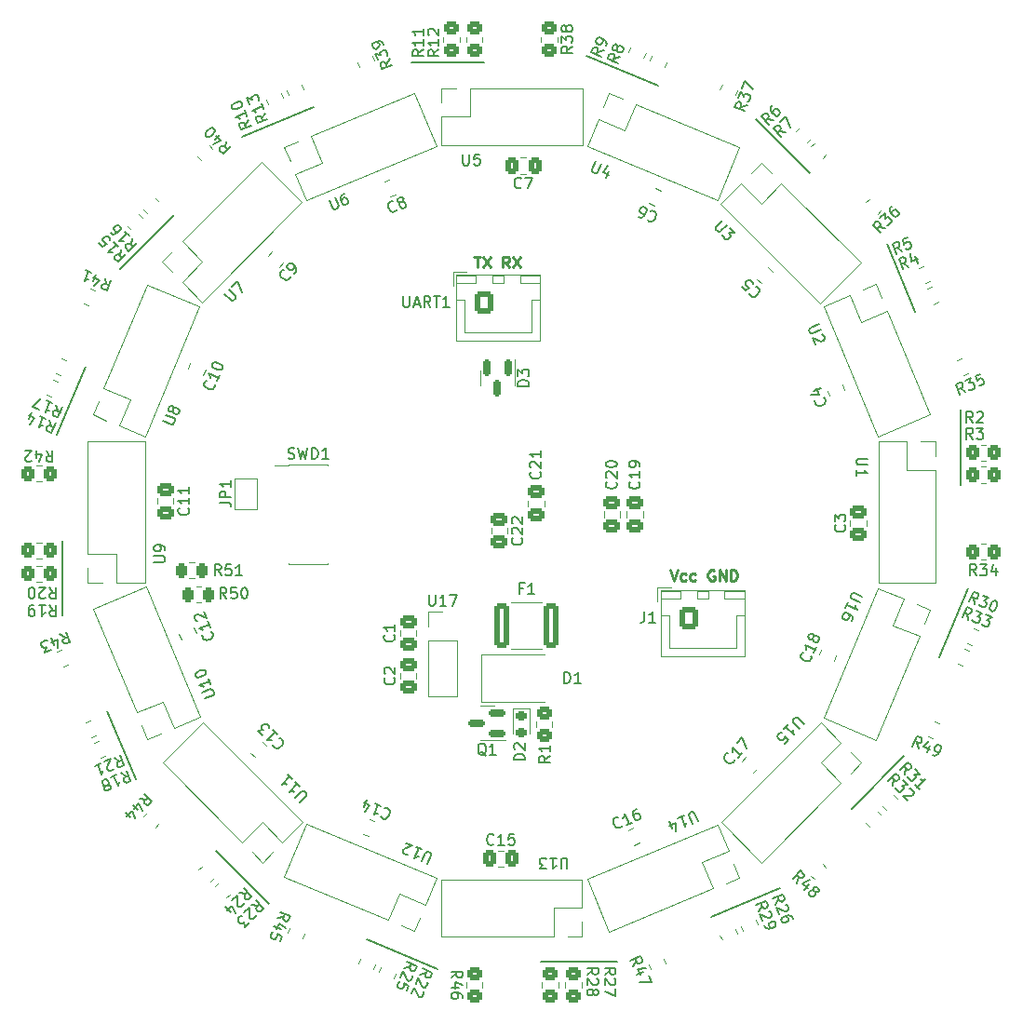
<source format=gto>
G04 #@! TF.GenerationSoftware,KiCad,Pcbnew,(6.0.8)*
G04 #@! TF.CreationDate,2022-11-17T16:59:53+01:00*
G04 #@! TF.ProjectId,detection_pcb,64657465-6374-4696-9f6e-5f7063622e6b,rev?*
G04 #@! TF.SameCoordinates,Original*
G04 #@! TF.FileFunction,Legend,Top*
G04 #@! TF.FilePolarity,Positive*
%FSLAX46Y46*%
G04 Gerber Fmt 4.6, Leading zero omitted, Abs format (unit mm)*
G04 Created by KiCad (PCBNEW (6.0.8)) date 2022-11-17 16:59:53*
%MOMM*%
%LPD*%
G01*
G04 APERTURE LIST*
G04 Aperture macros list*
%AMRoundRect*
0 Rectangle with rounded corners*
0 $1 Rounding radius*
0 $2 $3 $4 $5 $6 $7 $8 $9 X,Y pos of 4 corners*
0 Add a 4 corners polygon primitive as box body*
4,1,4,$2,$3,$4,$5,$6,$7,$8,$9,$2,$3,0*
0 Add four circle primitives for the rounded corners*
1,1,$1+$1,$2,$3*
1,1,$1+$1,$4,$5*
1,1,$1+$1,$6,$7*
1,1,$1+$1,$8,$9*
0 Add four rect primitives between the rounded corners*
20,1,$1+$1,$2,$3,$4,$5,0*
20,1,$1+$1,$4,$5,$6,$7,0*
20,1,$1+$1,$6,$7,$8,$9,0*
20,1,$1+$1,$8,$9,$2,$3,0*%
%AMHorizOval*
0 Thick line with rounded ends*
0 $1 width*
0 $2 $3 position (X,Y) of the first rounded end (center of the circle)*
0 $4 $5 position (X,Y) of the second rounded end (center of the circle)*
0 Add line between two ends*
20,1,$1,$2,$3,$4,$5,0*
0 Add two circle primitives to create the rounded ends*
1,1,$1,$2,$3*
1,1,$1,$4,$5*%
%AMRotRect*
0 Rectangle, with rotation*
0 The origin of the aperture is its center*
0 $1 length*
0 $2 width*
0 $3 Rotation angle, in degrees counterclockwise*
0 Add horizontal line*
21,1,$1,$2,0,0,$3*%
%AMFreePoly0*
4,1,6,1.000000,0.000000,0.500000,-0.750000,-0.500000,-0.750000,-0.500000,0.750000,0.500000,0.750000,1.000000,0.000000,1.000000,0.000000,$1*%
%AMFreePoly1*
4,1,6,0.500000,-0.750000,-0.650000,-0.750000,-0.150000,0.000000,-0.650000,0.750000,0.500000,0.750000,0.500000,-0.750000,0.500000,-0.750000,$1*%
G04 Aperture macros list end*
%ADD10C,0.150000*%
%ADD11C,0.250000*%
%ADD12C,0.120000*%
%ADD13RoundRect,0.250000X0.450000X-0.350000X0.450000X0.350000X-0.450000X0.350000X-0.450000X-0.350000X0*%
%ADD14RoundRect,0.250000X-0.574524X-0.097227X-0.097227X-0.574524X0.574524X0.097227X0.097227X0.574524X0*%
%ADD15FreePoly0,90.000000*%
%ADD16FreePoly1,90.000000*%
%ADD17RoundRect,0.250000X0.565685X0.070711X0.070711X0.565685X-0.565685X-0.070711X-0.070711X-0.565685X0*%
%ADD18RoundRect,0.250000X-0.475000X0.337500X-0.475000X-0.337500X0.475000X-0.337500X0.475000X0.337500X0*%
%ADD19RoundRect,0.250000X-0.565685X-0.070711X-0.070711X-0.565685X0.565685X0.070711X0.070711X0.565685X0*%
%ADD20RoundRect,0.250000X0.549685X-0.151150X0.281807X0.495565X-0.549685X0.151150X-0.281807X-0.495565X0*%
%ADD21RoundRect,0.250000X-0.600000X-0.750000X0.600000X-0.750000X0.600000X0.750000X-0.600000X0.750000X0*%
%ADD22O,1.700000X2.000000*%
%ADD23RoundRect,0.250000X0.567998X-0.130035X0.309687X0.493584X-0.567998X0.130035X-0.309687X-0.493584X0*%
%ADD24RoundRect,0.250000X-0.070711X0.565685X-0.565685X0.070711X0.070711X-0.565685X0.565685X-0.070711X0*%
%ADD25RoundRect,0.250000X-0.281807X0.495565X-0.549685X-0.151150X0.281807X-0.495565X0.549685X0.151150X0*%
%ADD26RoundRect,0.250000X-0.151150X-0.549685X0.495565X-0.281807X0.151150X0.549685X-0.495565X0.281807X0*%
%ADD27RotRect,1.700000X1.700000X157.500000*%
%ADD28HorizOval,1.700000X0.000000X0.000000X0.000000X0.000000X0*%
%ADD29RoundRect,0.250000X0.475000X-0.337500X0.475000X0.337500X-0.475000X0.337500X-0.475000X-0.337500X0*%
%ADD30RoundRect,0.250000X0.281807X-0.495565X0.549685X0.151150X-0.281807X0.495565X-0.549685X-0.151150X0*%
%ADD31RotRect,1.700000X1.700000X22.500000*%
%ADD32HorizOval,1.700000X0.000000X0.000000X0.000000X0.000000X0*%
%ADD33RoundRect,0.250000X-0.450000X0.350000X-0.450000X-0.350000X0.450000X-0.350000X0.450000X0.350000X0*%
%ADD34C,6.000000*%
%ADD35RoundRect,0.250000X0.070711X-0.565685X0.565685X-0.070711X-0.070711X0.565685X-0.565685X0.070711X0*%
%ADD36RotRect,1.700000X1.700000X45.000000*%
%ADD37HorizOval,1.700000X0.000000X0.000000X0.000000X0.000000X0*%
%ADD38RotRect,1.700000X1.700000X67.500000*%
%ADD39HorizOval,1.700000X0.000000X0.000000X0.000000X0.000000X0*%
%ADD40RoundRect,0.250000X-0.567998X0.130035X-0.309687X-0.493584X0.567998X-0.130035X0.309687X0.493584X0*%
%ADD41RoundRect,0.250000X0.309687X-0.493584X0.567998X0.130035X-0.309687X0.493584X-0.567998X-0.130035X0*%
%ADD42R,1.700000X1.700000*%
%ADD43O,1.700000X1.700000*%
%ADD44RoundRect,0.250000X0.337500X0.475000X-0.337500X0.475000X-0.337500X-0.475000X0.337500X-0.475000X0*%
%ADD45RoundRect,0.250000X0.574524X0.097227X0.097227X0.574524X-0.574524X-0.097227X-0.097227X-0.574524X0*%
%ADD46RotRect,1.700000X1.700000X292.500000*%
%ADD47HorizOval,1.700000X0.000000X0.000000X0.000000X0.000000X0*%
%ADD48RoundRect,0.150000X0.587500X0.150000X-0.587500X0.150000X-0.587500X-0.150000X0.587500X-0.150000X0*%
%ADD49RoundRect,0.250000X-0.337500X-0.475000X0.337500X-0.475000X0.337500X0.475000X-0.337500X0.475000X0*%
%ADD50RotRect,1.700000X1.700000X202.500000*%
%ADD51HorizOval,1.700000X0.000000X0.000000X0.000000X0.000000X0*%
%ADD52RoundRect,0.250000X0.495565X0.281807X-0.151150X0.549685X-0.495565X-0.281807X0.151150X-0.549685X0*%
%ADD53RoundRect,0.250000X-0.495565X-0.281807X0.151150X-0.549685X0.495565X0.281807X-0.151150X0.549685X0*%
%ADD54RoundRect,0.150000X-0.150000X0.587500X-0.150000X-0.587500X0.150000X-0.587500X0.150000X0.587500X0*%
%ADD55RoundRect,0.250000X-0.493584X-0.309687X0.130035X-0.567998X0.493584X0.309687X-0.130035X0.567998X0*%
%ADD56RoundRect,0.250000X0.493584X0.309687X-0.130035X0.567998X-0.493584X-0.309687X0.130035X-0.567998X0*%
%ADD57RoundRect,0.250000X-0.262500X-0.450000X0.262500X-0.450000X0.262500X0.450000X-0.262500X0.450000X0*%
%ADD58R,2.400000X0.740000*%
%ADD59RotRect,1.700000X1.700000X112.500000*%
%ADD60HorizOval,1.700000X0.000000X0.000000X0.000000X0.000000X0*%
%ADD61RoundRect,0.250000X-0.097227X0.574524X-0.574524X0.097227X0.097227X-0.574524X0.574524X-0.097227X0*%
%ADD62R,2.500000X2.300000*%
%ADD63RoundRect,0.250000X0.151150X0.549685X-0.495565X0.281807X-0.151150X-0.549685X0.495565X-0.281807X0*%
%ADD64RoundRect,0.218750X-0.256250X0.218750X-0.256250X-0.218750X0.256250X-0.218750X0.256250X0.218750X0*%
%ADD65RoundRect,0.250000X-0.350000X-0.450000X0.350000X-0.450000X0.350000X0.450000X-0.350000X0.450000X0*%
%ADD66RotRect,1.700000X1.700000X225.000000*%
%ADD67HorizOval,1.700000X0.000000X0.000000X0.000000X0.000000X0*%
%ADD68RoundRect,0.250000X0.350000X0.450000X-0.350000X0.450000X-0.350000X-0.450000X0.350000X-0.450000X0*%
%ADD69RoundRect,0.250000X-0.309687X0.493584X-0.567998X-0.130035X0.309687X-0.493584X0.567998X0.130035X0*%
%ADD70RoundRect,0.250000X-0.549685X0.151150X-0.281807X-0.495565X0.549685X-0.151150X0.281807X0.495565X0*%
%ADD71RoundRect,0.249750X-0.425250X-1.750250X0.425250X-1.750250X0.425250X1.750250X-0.425250X1.750250X0*%
%ADD72RoundRect,0.250000X0.130035X0.567998X-0.493584X0.309687X-0.130035X-0.567998X0.493584X-0.309687X0*%
%ADD73RotRect,1.700000X1.700000X135.000000*%
%ADD74HorizOval,1.700000X0.000000X0.000000X0.000000X0.000000X0*%
%ADD75RotRect,1.700000X1.700000X247.500000*%
%ADD76HorizOval,1.700000X0.000000X0.000000X0.000000X0.000000X0*%
%ADD77RotRect,1.700000X1.700000X315.000000*%
%ADD78HorizOval,1.700000X0.000000X0.000000X0.000000X0.000000X0*%
%ADD79RotRect,1.700000X1.700000X337.500000*%
%ADD80HorizOval,1.700000X0.000000X0.000000X0.000000X0.000000X0*%
%ADD81RoundRect,0.250000X-0.130035X-0.567998X0.493584X-0.309687X0.130035X0.567998X-0.493584X0.309687X0*%
%ADD82RoundRect,0.250000X0.097227X-0.574524X0.574524X-0.097227X-0.097227X0.574524X-0.574524X0.097227X0*%
%ADD83RoundRect,0.250000X0.262500X0.450000X-0.262500X0.450000X-0.262500X-0.450000X0.262500X-0.450000X0*%
%ADD84RotRect,1.800000X1.800000X45.000000*%
%ADD85C,1.800000*%
%ADD86R,1.800000X1.800000*%
%ADD87RotRect,1.800000X1.800000X337.500000*%
%ADD88RotRect,1.800000X1.800000X112.500000*%
%ADD89RotRect,1.800000X1.800000X315.000000*%
%ADD90RotRect,1.800000X1.800000X157.500000*%
%ADD91RotRect,1.800000X1.800000X225.000000*%
%ADD92RotRect,1.800000X1.800000X292.500000*%
%ADD93RotRect,1.800000X1.800000X202.500000*%
%ADD94RotRect,1.800000X1.800000X67.500000*%
%ADD95RotRect,1.800000X1.800000X247.500000*%
%ADD96RotRect,1.800000X1.800000X22.500000*%
%ADD97RotRect,1.800000X1.800000X135.000000*%
G04 APERTURE END LIST*
D10*
X136800000Y-140850000D02*
X143200000Y-143550000D01*
X186700000Y-83800000D02*
X184100000Y-77600000D01*
X131950000Y-65150000D02*
X125450000Y-67850000D01*
X190800000Y-99500000D02*
X190800000Y-92700000D01*
X111200000Y-88800000D02*
X108600000Y-95000000D01*
X123100000Y-132800000D02*
X127900000Y-137600000D01*
X119250000Y-74950000D02*
X114350000Y-79850000D01*
X147500000Y-61100000D02*
X140900000Y-61100000D01*
X177100000Y-71200000D02*
X172200000Y-66300000D01*
X180900000Y-129000000D02*
X185700000Y-124200000D01*
X113200000Y-120100000D02*
X115800000Y-126300000D01*
X168100000Y-138800000D02*
X174400000Y-136200000D01*
X152600000Y-142900000D02*
X159600000Y-142900000D01*
X163300000Y-63200000D02*
X156800000Y-60500000D01*
X109100000Y-104600000D02*
X109100000Y-111400000D01*
X188900000Y-115200000D02*
X191500000Y-108900000D01*
D11*
X146580952Y-78752380D02*
X147152380Y-78752380D01*
X146866666Y-79752380D02*
X146866666Y-78752380D01*
X147390476Y-78752380D02*
X148057142Y-79752380D01*
X148057142Y-78752380D02*
X147390476Y-79752380D01*
X149771428Y-79752380D02*
X149438095Y-79276190D01*
X149200000Y-79752380D02*
X149200000Y-78752380D01*
X149580952Y-78752380D01*
X149676190Y-78800000D01*
X149723809Y-78847619D01*
X149771428Y-78942857D01*
X149771428Y-79085714D01*
X149723809Y-79180952D01*
X149676190Y-79228571D01*
X149580952Y-79276190D01*
X149200000Y-79276190D01*
X150104761Y-78752380D02*
X150771428Y-79752380D01*
X150771428Y-78752380D02*
X150104761Y-79752380D01*
X164404761Y-107252380D02*
X164738095Y-108252380D01*
X165071428Y-107252380D01*
X165833333Y-108204761D02*
X165738095Y-108252380D01*
X165547619Y-108252380D01*
X165452380Y-108204761D01*
X165404761Y-108157142D01*
X165357142Y-108061904D01*
X165357142Y-107776190D01*
X165404761Y-107680952D01*
X165452380Y-107633333D01*
X165547619Y-107585714D01*
X165738095Y-107585714D01*
X165833333Y-107633333D01*
X166690476Y-108204761D02*
X166595238Y-108252380D01*
X166404761Y-108252380D01*
X166309523Y-108204761D01*
X166261904Y-108157142D01*
X166214285Y-108061904D01*
X166214285Y-107776190D01*
X166261904Y-107680952D01*
X166309523Y-107633333D01*
X166404761Y-107585714D01*
X166595238Y-107585714D01*
X166690476Y-107633333D01*
X168404761Y-107300000D02*
X168309523Y-107252380D01*
X168166666Y-107252380D01*
X168023809Y-107300000D01*
X167928571Y-107395238D01*
X167880952Y-107490476D01*
X167833333Y-107680952D01*
X167833333Y-107823809D01*
X167880952Y-108014285D01*
X167928571Y-108109523D01*
X168023809Y-108204761D01*
X168166666Y-108252380D01*
X168261904Y-108252380D01*
X168404761Y-108204761D01*
X168452380Y-108157142D01*
X168452380Y-107823809D01*
X168261904Y-107823809D01*
X168880952Y-108252380D02*
X168880952Y-107252380D01*
X169452380Y-108252380D01*
X169452380Y-107252380D01*
X169928571Y-108252380D02*
X169928571Y-107252380D01*
X170166666Y-107252380D01*
X170309523Y-107300000D01*
X170404761Y-107395238D01*
X170452380Y-107490476D01*
X170500000Y-107680952D01*
X170500000Y-107823809D01*
X170452380Y-108014285D01*
X170404761Y-108109523D01*
X170309523Y-108204761D01*
X170166666Y-108252380D01*
X169928571Y-108252380D01*
D10*
X141952380Y-59942857D02*
X141476190Y-60276190D01*
X141952380Y-60514285D02*
X140952380Y-60514285D01*
X140952380Y-60133333D01*
X141000000Y-60038095D01*
X141047619Y-59990476D01*
X141142857Y-59942857D01*
X141285714Y-59942857D01*
X141380952Y-59990476D01*
X141428571Y-60038095D01*
X141476190Y-60133333D01*
X141476190Y-60514285D01*
X141952380Y-58990476D02*
X141952380Y-59561904D01*
X141952380Y-59276190D02*
X140952380Y-59276190D01*
X141095238Y-59371428D01*
X141190476Y-59466666D01*
X141238095Y-59561904D01*
X141952380Y-58038095D02*
X141952380Y-58609523D01*
X141952380Y-58323809D02*
X140952380Y-58323809D01*
X141095238Y-58419047D01*
X141190476Y-58514285D01*
X141238095Y-58609523D01*
X128861422Y-122580468D02*
X128928766Y-122580468D01*
X129063453Y-122647812D01*
X129130796Y-122715155D01*
X129198140Y-122849842D01*
X129198140Y-122984529D01*
X129164468Y-123085544D01*
X129063453Y-123253903D01*
X128962438Y-123354918D01*
X128794079Y-123455934D01*
X128693064Y-123489605D01*
X128558377Y-123489605D01*
X128423690Y-123422262D01*
X128356346Y-123354918D01*
X128289003Y-123220231D01*
X128289003Y-123152888D01*
X128255331Y-121839689D02*
X128659392Y-122243750D01*
X128457361Y-122041720D02*
X127750254Y-122748827D01*
X127918613Y-122715155D01*
X128053300Y-122715155D01*
X128154316Y-122748827D01*
X127312522Y-122311094D02*
X126874789Y-121873361D01*
X127379865Y-121839689D01*
X127278850Y-121738674D01*
X127245178Y-121637659D01*
X127245178Y-121570315D01*
X127278850Y-121469300D01*
X127447209Y-121300941D01*
X127548224Y-121267270D01*
X127615567Y-121267270D01*
X127716583Y-121300941D01*
X127918613Y-121502972D01*
X127952285Y-121603987D01*
X127952285Y-121671331D01*
X123452380Y-101133333D02*
X124166666Y-101133333D01*
X124309523Y-101180952D01*
X124404761Y-101276190D01*
X124452380Y-101419047D01*
X124452380Y-101514285D01*
X124452380Y-100657142D02*
X123452380Y-100657142D01*
X123452380Y-100276190D01*
X123500000Y-100180952D01*
X123547619Y-100133333D01*
X123642857Y-100085714D01*
X123785714Y-100085714D01*
X123880952Y-100133333D01*
X123928571Y-100180952D01*
X123976190Y-100276190D01*
X123976190Y-100657142D01*
X124452380Y-99133333D02*
X124452380Y-99704761D01*
X124452380Y-99419047D02*
X123452380Y-99419047D01*
X123595238Y-99514285D01*
X123690476Y-99609523D01*
X123738095Y-99704761D01*
X115474450Y-77134687D02*
X115373435Y-77707106D01*
X115878511Y-77538748D02*
X115171404Y-78245854D01*
X114902030Y-77976480D01*
X114868358Y-77875465D01*
X114868358Y-77808122D01*
X114902030Y-77707106D01*
X115003045Y-77606091D01*
X115104061Y-77572419D01*
X115171404Y-77572419D01*
X115272419Y-77606091D01*
X115541793Y-77875465D01*
X114801015Y-76461251D02*
X115205076Y-76865312D01*
X115003045Y-76663282D02*
X114295938Y-77370389D01*
X114464297Y-77336717D01*
X114598984Y-77336717D01*
X114700000Y-77370389D01*
X113487816Y-76562267D02*
X113622503Y-76696954D01*
X113723519Y-76730625D01*
X113790862Y-76730625D01*
X113959221Y-76696954D01*
X114127580Y-76595938D01*
X114396954Y-76326564D01*
X114430625Y-76225549D01*
X114430625Y-76158206D01*
X114396954Y-76057190D01*
X114262267Y-75922503D01*
X114161251Y-75888832D01*
X114093908Y-75888832D01*
X113992893Y-75922503D01*
X113824534Y-76090862D01*
X113790862Y-76191877D01*
X113790862Y-76259221D01*
X113824534Y-76360236D01*
X113959221Y-76494923D01*
X114060236Y-76528595D01*
X114127580Y-76528595D01*
X114228595Y-76494923D01*
X161557142Y-99242857D02*
X161604761Y-99290476D01*
X161652380Y-99433333D01*
X161652380Y-99528571D01*
X161604761Y-99671428D01*
X161509523Y-99766666D01*
X161414285Y-99814285D01*
X161223809Y-99861904D01*
X161080952Y-99861904D01*
X160890476Y-99814285D01*
X160795238Y-99766666D01*
X160700000Y-99671428D01*
X160652380Y-99528571D01*
X160652380Y-99433333D01*
X160700000Y-99290476D01*
X160747619Y-99242857D01*
X161652380Y-98290476D02*
X161652380Y-98861904D01*
X161652380Y-98576190D02*
X160652380Y-98576190D01*
X160795238Y-98671428D01*
X160890476Y-98766666D01*
X160938095Y-98861904D01*
X161652380Y-97814285D02*
X161652380Y-97623809D01*
X161604761Y-97528571D01*
X161557142Y-97480952D01*
X161414285Y-97385714D01*
X161223809Y-97338095D01*
X160842857Y-97338095D01*
X160747619Y-97385714D01*
X160700000Y-97433333D01*
X160652380Y-97528571D01*
X160652380Y-97719047D01*
X160700000Y-97814285D01*
X160747619Y-97861904D01*
X160842857Y-97909523D01*
X161080952Y-97909523D01*
X161176190Y-97861904D01*
X161223809Y-97814285D01*
X161271428Y-97719047D01*
X161271428Y-97528571D01*
X161223809Y-97433333D01*
X161176190Y-97385714D01*
X161080952Y-97338095D01*
X185725549Y-125865312D02*
X185826564Y-125292893D01*
X185321488Y-125461251D02*
X186028595Y-124754145D01*
X186297969Y-125023519D01*
X186331641Y-125124534D01*
X186331641Y-125191877D01*
X186297969Y-125292893D01*
X186196954Y-125393908D01*
X186095938Y-125427580D01*
X186028595Y-125427580D01*
X185927580Y-125393908D01*
X185658206Y-125124534D01*
X186668358Y-125393908D02*
X187106091Y-125831641D01*
X186601015Y-125865312D01*
X186702030Y-125966328D01*
X186735702Y-126067343D01*
X186735702Y-126134687D01*
X186702030Y-126235702D01*
X186533671Y-126404061D01*
X186432656Y-126437732D01*
X186365312Y-126437732D01*
X186264297Y-126404061D01*
X186062267Y-126202030D01*
X186028595Y-126101015D01*
X186028595Y-126033671D01*
X187072419Y-127212183D02*
X186668358Y-126808122D01*
X186870389Y-127010152D02*
X187577496Y-126303045D01*
X187409137Y-126336717D01*
X187274450Y-126336717D01*
X187173435Y-126303045D01*
X161011642Y-143310624D02*
X161324024Y-142820434D01*
X160792966Y-142782692D02*
X161716846Y-142400009D01*
X161862630Y-142751963D01*
X161855081Y-142858175D01*
X161829310Y-142920392D01*
X161759545Y-143000832D01*
X161627562Y-143055501D01*
X161521350Y-143047953D01*
X161459133Y-143022182D01*
X161378693Y-142952416D01*
X161232909Y-142600462D01*
X161955576Y-143847398D02*
X161339657Y-144102520D01*
X162216415Y-143481643D02*
X161465386Y-143535017D01*
X161702285Y-144106942D01*
X162427543Y-144115785D02*
X162682666Y-144731705D01*
X161594779Y-144718440D01*
X162066666Y-111052380D02*
X162066666Y-111766666D01*
X162019047Y-111909523D01*
X161923809Y-112004761D01*
X161780952Y-112052380D01*
X161685714Y-112052380D01*
X163066666Y-112052380D02*
X162495238Y-112052380D01*
X162780952Y-112052380D02*
X162780952Y-111052380D01*
X162685714Y-111195238D01*
X162590476Y-111290476D01*
X162495238Y-111338095D01*
X178341619Y-91560215D02*
X178403836Y-91585986D01*
X178502500Y-91699746D01*
X178538946Y-91787734D01*
X178549620Y-91937940D01*
X178498078Y-92062375D01*
X178428313Y-92142815D01*
X178270558Y-92259701D01*
X178138576Y-92314370D01*
X177944376Y-92343268D01*
X177838164Y-92335720D01*
X177713729Y-92284178D01*
X177615066Y-92170418D01*
X177578620Y-92082429D01*
X177567945Y-91932223D01*
X177593717Y-91870006D01*
X177485674Y-90986994D02*
X178101593Y-90731872D01*
X177224835Y-91352750D02*
X177975864Y-91299376D01*
X177738964Y-90727450D01*
X139257142Y-113166666D02*
X139304761Y-113214285D01*
X139352380Y-113357142D01*
X139352380Y-113452380D01*
X139304761Y-113595238D01*
X139209523Y-113690476D01*
X139114285Y-113738095D01*
X138923809Y-113785714D01*
X138780952Y-113785714D01*
X138590476Y-113738095D01*
X138495238Y-113690476D01*
X138400000Y-113595238D01*
X138352380Y-113452380D01*
X138352380Y-113357142D01*
X138400000Y-113214285D01*
X138447619Y-113166666D01*
X139352380Y-112214285D02*
X139352380Y-112785714D01*
X139352380Y-112500000D02*
X138352380Y-112500000D01*
X138495238Y-112595238D01*
X138590476Y-112690476D01*
X138638095Y-112785714D01*
X126334687Y-137725549D02*
X126907106Y-137826564D01*
X126738748Y-137321488D02*
X127445854Y-138028595D01*
X127176480Y-138297969D01*
X127075465Y-138331641D01*
X127008122Y-138331641D01*
X126907106Y-138297969D01*
X126806091Y-138196954D01*
X126772419Y-138095938D01*
X126772419Y-138028595D01*
X126806091Y-137927580D01*
X127075465Y-137658206D01*
X126705076Y-138634687D02*
X126705076Y-138702030D01*
X126671404Y-138803045D01*
X126503045Y-138971404D01*
X126402030Y-139005076D01*
X126334687Y-139005076D01*
X126233671Y-138971404D01*
X126166328Y-138904061D01*
X126098984Y-138769374D01*
X126098984Y-137961251D01*
X125661251Y-138398984D01*
X126132656Y-139341793D02*
X125694923Y-139779526D01*
X125661251Y-139274450D01*
X125560236Y-139375465D01*
X125459221Y-139409137D01*
X125391877Y-139409137D01*
X125290862Y-139375465D01*
X125122503Y-139207106D01*
X125088832Y-139106091D01*
X125088832Y-139038748D01*
X125122503Y-138937732D01*
X125324534Y-138735702D01*
X125425549Y-138702030D01*
X125492893Y-138702030D01*
X141628065Y-144032958D02*
X142195569Y-143907229D01*
X141846741Y-143505027D02*
X142770621Y-143887711D01*
X142624836Y-144239665D01*
X142544396Y-144309430D01*
X142482179Y-144335201D01*
X142375967Y-144342750D01*
X142243984Y-144288081D01*
X142174219Y-144207640D01*
X142148448Y-144145423D01*
X142140899Y-144039211D01*
X142286684Y-143687257D01*
X142318172Y-144731150D02*
X142343943Y-144793367D01*
X142351491Y-144899579D01*
X142260376Y-145119550D01*
X142179936Y-145189315D01*
X142117718Y-145215087D01*
X142011507Y-145222635D01*
X141923518Y-145186189D01*
X141809759Y-145087526D01*
X141500504Y-144340918D01*
X141263604Y-144912844D01*
X141953711Y-145611035D02*
X141979482Y-145673252D01*
X141987031Y-145779464D01*
X141895916Y-145999435D01*
X141815475Y-146069201D01*
X141753258Y-146094972D01*
X141647046Y-146102520D01*
X141559058Y-146066074D01*
X141445298Y-145967411D01*
X141136043Y-145220803D01*
X140899144Y-145792729D01*
X108889375Y-113111642D02*
X109379565Y-113424024D01*
X109417307Y-112892966D02*
X109799990Y-113816846D01*
X109448036Y-113962630D01*
X109341824Y-113955081D01*
X109279607Y-113929310D01*
X109199167Y-113859545D01*
X109144498Y-113727562D01*
X109152046Y-113621350D01*
X109177817Y-113559133D01*
X109247583Y-113478693D01*
X109599537Y-113332909D01*
X108352601Y-114055576D02*
X108097479Y-113439657D01*
X108718356Y-114316415D02*
X108664982Y-113565386D01*
X108093057Y-113802285D01*
X108084214Y-114527543D02*
X107512288Y-114764443D01*
X107674464Y-114284927D01*
X107542481Y-114339596D01*
X107436270Y-114332048D01*
X107374052Y-114306277D01*
X107293612Y-114236511D01*
X107202497Y-114016540D01*
X107210045Y-113910329D01*
X107235816Y-113848111D01*
X107305582Y-113767671D01*
X107569547Y-113658333D01*
X107675759Y-113665881D01*
X107737976Y-113691652D01*
X118302497Y-93694343D02*
X119050400Y-94004134D01*
X119156611Y-93996586D01*
X119218828Y-93970815D01*
X119299269Y-93901049D01*
X119372161Y-93725072D01*
X119364613Y-93618861D01*
X119338841Y-93556643D01*
X119269076Y-93476203D01*
X118521173Y-93166412D01*
X119154021Y-92758494D02*
X119073581Y-92828259D01*
X119011363Y-92854030D01*
X118905152Y-92861579D01*
X118861158Y-92843356D01*
X118791392Y-92762915D01*
X118765621Y-92700698D01*
X118758073Y-92594486D01*
X118830965Y-92418509D01*
X118911405Y-92348744D01*
X118973622Y-92322973D01*
X119079834Y-92315424D01*
X119123828Y-92333647D01*
X119193594Y-92414088D01*
X119219365Y-92476305D01*
X119226913Y-92582517D01*
X119154021Y-92758494D01*
X119161569Y-92864705D01*
X119187340Y-92926922D01*
X119257106Y-93007363D01*
X119433083Y-93080255D01*
X119539295Y-93072707D01*
X119601512Y-93046935D01*
X119681952Y-92977170D01*
X119754844Y-92801193D01*
X119747296Y-92694981D01*
X119721525Y-92632764D01*
X119651759Y-92552324D01*
X119475782Y-92479432D01*
X119369571Y-92486980D01*
X119307353Y-92512751D01*
X119226913Y-92582517D01*
X180257142Y-103166666D02*
X180304761Y-103214285D01*
X180352380Y-103357142D01*
X180352380Y-103452380D01*
X180304761Y-103595238D01*
X180209523Y-103690476D01*
X180114285Y-103738095D01*
X179923809Y-103785714D01*
X179780952Y-103785714D01*
X179590476Y-103738095D01*
X179495238Y-103690476D01*
X179400000Y-103595238D01*
X179352380Y-103452380D01*
X179352380Y-103357142D01*
X179400000Y-103214285D01*
X179447619Y-103166666D01*
X179352380Y-102833333D02*
X179352380Y-102214285D01*
X179733333Y-102547619D01*
X179733333Y-102404761D01*
X179780952Y-102309523D01*
X179828571Y-102261904D01*
X179923809Y-102214285D01*
X180161904Y-102214285D01*
X180257142Y-102261904D01*
X180304761Y-102309523D01*
X180352380Y-102404761D01*
X180352380Y-102690476D01*
X180304761Y-102785714D01*
X180257142Y-102833333D01*
X127563956Y-65720803D02*
X127251574Y-66210993D01*
X127782632Y-66248735D02*
X126858752Y-66631418D01*
X126712968Y-66279464D01*
X126720517Y-66173252D01*
X126746288Y-66111035D01*
X126816053Y-66030595D01*
X126948036Y-65975926D01*
X127054248Y-65983474D01*
X127116465Y-66009245D01*
X127196905Y-66079011D01*
X127342689Y-66430965D01*
X127199495Y-64840918D02*
X127418172Y-65368849D01*
X127308833Y-65104884D02*
X126384954Y-65487567D01*
X126553383Y-65520887D01*
X126677817Y-65572429D01*
X126758258Y-65642195D01*
X126148055Y-64915642D02*
X125911155Y-64343716D01*
X126390671Y-64505892D01*
X126336002Y-64373909D01*
X126343550Y-64267698D01*
X126369321Y-64205480D01*
X126439087Y-64125040D01*
X126659058Y-64033925D01*
X126765269Y-64041473D01*
X126827487Y-64067244D01*
X126907927Y-64137010D01*
X127017265Y-64400975D01*
X127009717Y-64507187D01*
X126983946Y-64569404D01*
X158354164Y-60027098D02*
X157786661Y-60152828D01*
X158135488Y-60555029D02*
X157211609Y-60172346D01*
X157357393Y-59820392D01*
X157437833Y-59750626D01*
X157500050Y-59724855D01*
X157606262Y-59717307D01*
X157738245Y-59771976D01*
X157808010Y-59852416D01*
X157833781Y-59914633D01*
X157841330Y-60020845D01*
X157695546Y-60372799D01*
X158536395Y-59587155D02*
X158609287Y-59411178D01*
X158601738Y-59304967D01*
X158575967Y-59242750D01*
X158480431Y-59100092D01*
X158322676Y-58983206D01*
X157970722Y-58837421D01*
X157864511Y-58844970D01*
X157802294Y-58870741D01*
X157721853Y-58940506D01*
X157648961Y-59116484D01*
X157656509Y-59222695D01*
X157682281Y-59284912D01*
X157752046Y-59365353D01*
X157972017Y-59456468D01*
X158078229Y-59448920D01*
X158140446Y-59423148D01*
X158220887Y-59353383D01*
X158293779Y-59177406D01*
X158286230Y-59071194D01*
X158260459Y-59008977D01*
X158190694Y-58928537D01*
X177914365Y-84886527D02*
X177166463Y-85196318D01*
X177096697Y-85276758D01*
X177070926Y-85338975D01*
X177063378Y-85445187D01*
X177136270Y-85621164D01*
X177216710Y-85690930D01*
X177278927Y-85716701D01*
X177385139Y-85724249D01*
X178133041Y-85414458D01*
X178209060Y-85846852D02*
X178271277Y-85872623D01*
X178351718Y-85942389D01*
X178442833Y-86162360D01*
X178435285Y-86268572D01*
X178409513Y-86330789D01*
X178339748Y-86411229D01*
X178251759Y-86447675D01*
X178101553Y-86458350D01*
X177354946Y-86149095D01*
X177591845Y-86721021D01*
X159457142Y-99242857D02*
X159504761Y-99290476D01*
X159552380Y-99433333D01*
X159552380Y-99528571D01*
X159504761Y-99671428D01*
X159409523Y-99766666D01*
X159314285Y-99814285D01*
X159123809Y-99861904D01*
X158980952Y-99861904D01*
X158790476Y-99814285D01*
X158695238Y-99766666D01*
X158600000Y-99671428D01*
X158552380Y-99528571D01*
X158552380Y-99433333D01*
X158600000Y-99290476D01*
X158647619Y-99242857D01*
X158647619Y-98861904D02*
X158600000Y-98814285D01*
X158552380Y-98719047D01*
X158552380Y-98480952D01*
X158600000Y-98385714D01*
X158647619Y-98338095D01*
X158742857Y-98290476D01*
X158838095Y-98290476D01*
X158980952Y-98338095D01*
X159552380Y-98909523D01*
X159552380Y-98290476D01*
X158552380Y-97671428D02*
X158552380Y-97576190D01*
X158600000Y-97480952D01*
X158647619Y-97433333D01*
X158742857Y-97385714D01*
X158933333Y-97338095D01*
X159171428Y-97338095D01*
X159361904Y-97385714D01*
X159457142Y-97433333D01*
X159504761Y-97480952D01*
X159552380Y-97576190D01*
X159552380Y-97671428D01*
X159504761Y-97766666D01*
X159457142Y-97814285D01*
X159361904Y-97861904D01*
X159171428Y-97909523D01*
X158933333Y-97909523D01*
X158742857Y-97861904D01*
X158647619Y-97814285D01*
X158600000Y-97766666D01*
X158552380Y-97671428D01*
X144497619Y-144357142D02*
X144973809Y-144023809D01*
X144497619Y-143785714D02*
X145497619Y-143785714D01*
X145497619Y-144166666D01*
X145450000Y-144261904D01*
X145402380Y-144309523D01*
X145307142Y-144357142D01*
X145164285Y-144357142D01*
X145069047Y-144309523D01*
X145021428Y-144261904D01*
X144973809Y-144166666D01*
X144973809Y-143785714D01*
X145164285Y-145214285D02*
X144497619Y-145214285D01*
X145545238Y-144976190D02*
X144830952Y-144738095D01*
X144830952Y-145357142D01*
X145497619Y-146166666D02*
X145497619Y-145976190D01*
X145450000Y-145880952D01*
X145402380Y-145833333D01*
X145259523Y-145738095D01*
X145069047Y-145690476D01*
X144688095Y-145690476D01*
X144592857Y-145738095D01*
X144545238Y-145785714D01*
X144497619Y-145880952D01*
X144497619Y-146071428D01*
X144545238Y-146166666D01*
X144592857Y-146214285D01*
X144688095Y-146261904D01*
X144926190Y-146261904D01*
X145021428Y-146214285D01*
X145069047Y-146166666D01*
X145116666Y-146071428D01*
X145116666Y-145880952D01*
X145069047Y-145785714D01*
X145021428Y-145738095D01*
X144926190Y-145690476D01*
X156847619Y-144057142D02*
X157323809Y-143723809D01*
X156847619Y-143485714D02*
X157847619Y-143485714D01*
X157847619Y-143866666D01*
X157800000Y-143961904D01*
X157752380Y-144009523D01*
X157657142Y-144057142D01*
X157514285Y-144057142D01*
X157419047Y-144009523D01*
X157371428Y-143961904D01*
X157323809Y-143866666D01*
X157323809Y-143485714D01*
X157752380Y-144438095D02*
X157800000Y-144485714D01*
X157847619Y-144580952D01*
X157847619Y-144819047D01*
X157800000Y-144914285D01*
X157752380Y-144961904D01*
X157657142Y-145009523D01*
X157561904Y-145009523D01*
X157419047Y-144961904D01*
X156847619Y-144390476D01*
X156847619Y-145009523D01*
X157419047Y-145580952D02*
X157466666Y-145485714D01*
X157514285Y-145438095D01*
X157609523Y-145390476D01*
X157657142Y-145390476D01*
X157752380Y-145438095D01*
X157800000Y-145485714D01*
X157847619Y-145580952D01*
X157847619Y-145771428D01*
X157800000Y-145866666D01*
X157752380Y-145914285D01*
X157657142Y-145961904D01*
X157609523Y-145961904D01*
X157514285Y-145914285D01*
X157466666Y-145866666D01*
X157419047Y-145771428D01*
X157419047Y-145580952D01*
X157371428Y-145485714D01*
X157323809Y-145438095D01*
X157228571Y-145390476D01*
X157038095Y-145390476D01*
X156942857Y-145438095D01*
X156895238Y-145485714D01*
X156847619Y-145580952D01*
X156847619Y-145771428D01*
X156895238Y-145866666D01*
X156942857Y-145914285D01*
X157038095Y-145961904D01*
X157228571Y-145961904D01*
X157323809Y-145914285D01*
X157371428Y-145866666D01*
X157419047Y-145771428D01*
X174902030Y-67437732D02*
X174329610Y-67336717D01*
X174497969Y-67841793D02*
X173790862Y-67134687D01*
X174060236Y-66865312D01*
X174161251Y-66831641D01*
X174228595Y-66831641D01*
X174329610Y-66865312D01*
X174430625Y-66966328D01*
X174464297Y-67067343D01*
X174464297Y-67134687D01*
X174430625Y-67235702D01*
X174161251Y-67505076D01*
X174430625Y-66494923D02*
X174902030Y-66023519D01*
X175306091Y-67033671D01*
X169148477Y-75474027D02*
X168576057Y-76046447D01*
X168542385Y-76147462D01*
X168542385Y-76214806D01*
X168576057Y-76315821D01*
X168710744Y-76450508D01*
X168811759Y-76484180D01*
X168879103Y-76484180D01*
X168980118Y-76450508D01*
X169552538Y-75878088D01*
X169821912Y-76147462D02*
X170259644Y-76585195D01*
X169754568Y-76618867D01*
X169855583Y-76719882D01*
X169889255Y-76820897D01*
X169889255Y-76888241D01*
X169855583Y-76989256D01*
X169687225Y-77157615D01*
X169586209Y-77191287D01*
X169518866Y-77191287D01*
X169417851Y-77157615D01*
X169215820Y-76955584D01*
X169182148Y-76854569D01*
X169182148Y-76787226D01*
X157605656Y-70102497D02*
X157295865Y-70850400D01*
X157303413Y-70956611D01*
X157329184Y-71018828D01*
X157398950Y-71099269D01*
X157574927Y-71172161D01*
X157681138Y-71164613D01*
X157743356Y-71138841D01*
X157823796Y-71069076D01*
X158133587Y-70321173D01*
X158841917Y-70975371D02*
X158586795Y-71591290D01*
X158767730Y-70532301D02*
X158274413Y-71101100D01*
X158846339Y-71338000D01*
X122628085Y-112851841D02*
X122690303Y-112877613D01*
X122788966Y-112991372D01*
X122825412Y-113079361D01*
X122836087Y-113229567D01*
X122784544Y-113354001D01*
X122714779Y-113434442D01*
X122557025Y-113551328D01*
X122425042Y-113605997D01*
X122230842Y-113634895D01*
X122124630Y-113627347D01*
X122000196Y-113575804D01*
X121901532Y-113462044D01*
X121865086Y-113374056D01*
X121854412Y-113223850D01*
X121880183Y-113161633D01*
X122351613Y-111935510D02*
X122570290Y-112463441D01*
X122460951Y-112199476D02*
X121537072Y-112582159D01*
X121705501Y-112615479D01*
X121829935Y-112667021D01*
X121910376Y-112736787D01*
X121369938Y-111929793D02*
X121307721Y-111904022D01*
X121227281Y-111834257D01*
X121136166Y-111614285D01*
X121143714Y-111508074D01*
X121169485Y-111445856D01*
X121239250Y-111365416D01*
X121327239Y-111328970D01*
X121477445Y-111318295D01*
X122224052Y-111627550D01*
X121987153Y-111055625D01*
X124041176Y-68267961D02*
X123940161Y-68840380D01*
X124445237Y-68672022D02*
X123738130Y-69379128D01*
X123468756Y-69109754D01*
X123435084Y-69008739D01*
X123435084Y-68941396D01*
X123468756Y-68840380D01*
X123569771Y-68739365D01*
X123670787Y-68705693D01*
X123738130Y-68705693D01*
X123839145Y-68739365D01*
X124108519Y-69008739D01*
X122963680Y-68133274D02*
X123435084Y-67661869D01*
X122862664Y-68571006D02*
X123536100Y-68234289D01*
X123098367Y-67796556D01*
X122222901Y-67863899D02*
X122155558Y-67796556D01*
X122121886Y-67695541D01*
X122121886Y-67628197D01*
X122155558Y-67527182D01*
X122256573Y-67358823D01*
X122424932Y-67190464D01*
X122593290Y-67089449D01*
X122694306Y-67055777D01*
X122761649Y-67055777D01*
X122862664Y-67089449D01*
X122930008Y-67156793D01*
X122963680Y-67257808D01*
X122963680Y-67325151D01*
X122930008Y-67426167D01*
X122828993Y-67594525D01*
X122660634Y-67762884D01*
X122492275Y-67863899D01*
X122391260Y-67897571D01*
X122323916Y-67897571D01*
X122222901Y-67863899D01*
X177231828Y-115087687D02*
X177257599Y-115149904D01*
X177246924Y-115300110D01*
X177210478Y-115388098D01*
X177111815Y-115501858D01*
X176987380Y-115553401D01*
X176881169Y-115560949D01*
X176686969Y-115532051D01*
X176554986Y-115477382D01*
X176397232Y-115360496D01*
X176327466Y-115280055D01*
X176275924Y-115155621D01*
X176286599Y-115005415D01*
X176323045Y-114917426D01*
X176421708Y-114803667D01*
X176483925Y-114777895D01*
X177684277Y-114244247D02*
X177465600Y-114772179D01*
X177574939Y-114508213D02*
X176651059Y-114125530D01*
X176746596Y-114268187D01*
X176798138Y-114392622D01*
X176805686Y-114498833D01*
X177375022Y-113497640D02*
X177294581Y-113567406D01*
X177232364Y-113593177D01*
X177126153Y-113600725D01*
X177082158Y-113582502D01*
X177012393Y-113502062D01*
X176986622Y-113439844D01*
X176979073Y-113333633D01*
X177051965Y-113157656D01*
X177132406Y-113087890D01*
X177194623Y-113062119D01*
X177300835Y-113054571D01*
X177344829Y-113072794D01*
X177414594Y-113153234D01*
X177440366Y-113215451D01*
X177447914Y-113321663D01*
X177375022Y-113497640D01*
X177382570Y-113603852D01*
X177408341Y-113666069D01*
X177478107Y-113746509D01*
X177654084Y-113819401D01*
X177760295Y-113811853D01*
X177822513Y-113786082D01*
X177902953Y-113716316D01*
X177975845Y-113540339D01*
X177968297Y-113434128D01*
X177942526Y-113371910D01*
X177872760Y-113291470D01*
X177696783Y-113218578D01*
X177590571Y-113226126D01*
X177528354Y-113251898D01*
X177447914Y-113321663D01*
X159854164Y-60627098D02*
X159286661Y-60752828D01*
X159635488Y-61155029D02*
X158711609Y-60772346D01*
X158857393Y-60420392D01*
X158937833Y-60350626D01*
X159000050Y-60324855D01*
X159106262Y-60317307D01*
X159238245Y-60371976D01*
X159308010Y-60452416D01*
X159333781Y-60514633D01*
X159341330Y-60620845D01*
X159195546Y-60972799D01*
X159544910Y-59880491D02*
X159464469Y-59950256D01*
X159402252Y-59976027D01*
X159296040Y-59983576D01*
X159252046Y-59965353D01*
X159182281Y-59884912D01*
X159156509Y-59822695D01*
X159148961Y-59716484D01*
X159221853Y-59540506D01*
X159302294Y-59470741D01*
X159364511Y-59444970D01*
X159470722Y-59437421D01*
X159514717Y-59455645D01*
X159584482Y-59536085D01*
X159610253Y-59598302D01*
X159617802Y-59704514D01*
X159544910Y-59880491D01*
X159552458Y-59986702D01*
X159578229Y-60048920D01*
X159647994Y-60129360D01*
X159823972Y-60202252D01*
X159930183Y-60194704D01*
X159992400Y-60168932D01*
X160072841Y-60099167D01*
X160145733Y-59923190D01*
X160138185Y-59816978D01*
X160112413Y-59754761D01*
X160042648Y-59674321D01*
X159866671Y-59601429D01*
X159760459Y-59608977D01*
X159698242Y-59634748D01*
X159617802Y-59704514D01*
X158447619Y-144057142D02*
X158923809Y-143723809D01*
X158447619Y-143485714D02*
X159447619Y-143485714D01*
X159447619Y-143866666D01*
X159400000Y-143961904D01*
X159352380Y-144009523D01*
X159257142Y-144057142D01*
X159114285Y-144057142D01*
X159019047Y-144009523D01*
X158971428Y-143961904D01*
X158923809Y-143866666D01*
X158923809Y-143485714D01*
X159352380Y-144438095D02*
X159400000Y-144485714D01*
X159447619Y-144580952D01*
X159447619Y-144819047D01*
X159400000Y-144914285D01*
X159352380Y-144961904D01*
X159257142Y-145009523D01*
X159161904Y-145009523D01*
X159019047Y-144961904D01*
X158447619Y-144390476D01*
X158447619Y-145009523D01*
X159447619Y-145342857D02*
X159447619Y-146009523D01*
X158447619Y-145580952D01*
X117452380Y-106561904D02*
X118261904Y-106561904D01*
X118357142Y-106514285D01*
X118404761Y-106466666D01*
X118452380Y-106371428D01*
X118452380Y-106180952D01*
X118404761Y-106085714D01*
X118357142Y-106038095D01*
X118261904Y-105990476D01*
X117452380Y-105990476D01*
X118452380Y-105466666D02*
X118452380Y-105276190D01*
X118404761Y-105180952D01*
X118357142Y-105133333D01*
X118214285Y-105038095D01*
X118023809Y-104990476D01*
X117642857Y-104990476D01*
X117547619Y-105038095D01*
X117500000Y-105085714D01*
X117452380Y-105180952D01*
X117452380Y-105371428D01*
X117500000Y-105466666D01*
X117547619Y-105514285D01*
X117642857Y-105561904D01*
X117880952Y-105561904D01*
X117976190Y-105514285D01*
X118023809Y-105466666D01*
X118071428Y-105371428D01*
X118071428Y-105180952D01*
X118023809Y-105085714D01*
X117976190Y-105038095D01*
X117880952Y-104990476D01*
X125234687Y-136625549D02*
X125807106Y-136726564D01*
X125638748Y-136221488D02*
X126345854Y-136928595D01*
X126076480Y-137197969D01*
X125975465Y-137231641D01*
X125908122Y-137231641D01*
X125807106Y-137197969D01*
X125706091Y-137096954D01*
X125672419Y-136995938D01*
X125672419Y-136928595D01*
X125706091Y-136827580D01*
X125975465Y-136558206D01*
X125605076Y-137534687D02*
X125605076Y-137602030D01*
X125571404Y-137703045D01*
X125403045Y-137871404D01*
X125302030Y-137905076D01*
X125234687Y-137905076D01*
X125133671Y-137871404D01*
X125066328Y-137804061D01*
X124998984Y-137669374D01*
X124998984Y-136861251D01*
X124561251Y-137298984D01*
X124426564Y-138376480D02*
X123955160Y-137905076D01*
X124864297Y-138477496D02*
X124527580Y-137804061D01*
X124089847Y-138241793D01*
X150858333Y-72457142D02*
X150810714Y-72504761D01*
X150667857Y-72552380D01*
X150572619Y-72552380D01*
X150429761Y-72504761D01*
X150334523Y-72409523D01*
X150286904Y-72314285D01*
X150239285Y-72123809D01*
X150239285Y-71980952D01*
X150286904Y-71790476D01*
X150334523Y-71695238D01*
X150429761Y-71600000D01*
X150572619Y-71552380D01*
X150667857Y-71552380D01*
X150810714Y-71600000D01*
X150858333Y-71647619D01*
X151191666Y-71552380D02*
X151858333Y-71552380D01*
X151429761Y-72552380D01*
X139277142Y-117066666D02*
X139324761Y-117114285D01*
X139372380Y-117257142D01*
X139372380Y-117352380D01*
X139324761Y-117495238D01*
X139229523Y-117590476D01*
X139134285Y-117638095D01*
X138943809Y-117685714D01*
X138800952Y-117685714D01*
X138610476Y-117638095D01*
X138515238Y-117590476D01*
X138420000Y-117495238D01*
X138372380Y-117352380D01*
X138372380Y-117257142D01*
X138420000Y-117114285D01*
X138467619Y-117066666D01*
X138467619Y-116685714D02*
X138420000Y-116638095D01*
X138372380Y-116542857D01*
X138372380Y-116304761D01*
X138420000Y-116209523D01*
X138467619Y-116161904D01*
X138562857Y-116114285D01*
X138658095Y-116114285D01*
X138800952Y-116161904D01*
X139372380Y-116733333D01*
X139372380Y-116114285D01*
X172182450Y-81515751D02*
X172249793Y-81515751D01*
X172384480Y-81583095D01*
X172451824Y-81650439D01*
X172519167Y-81785126D01*
X172519167Y-81919813D01*
X172485496Y-82020828D01*
X172384480Y-82189187D01*
X172283465Y-82290202D01*
X172115106Y-82391217D01*
X172014091Y-82424889D01*
X171879404Y-82424889D01*
X171744717Y-82357545D01*
X171677373Y-82290202D01*
X171610030Y-82155515D01*
X171610030Y-82088171D01*
X170902923Y-81515751D02*
X171239641Y-81852469D01*
X171610030Y-81549423D01*
X171542686Y-81549423D01*
X171441671Y-81515751D01*
X171273312Y-81347393D01*
X171239641Y-81246377D01*
X171239641Y-81179034D01*
X171273312Y-81078019D01*
X171441671Y-80909660D01*
X171542686Y-80875988D01*
X171610030Y-80875988D01*
X171711045Y-80909660D01*
X171879404Y-81078019D01*
X171913076Y-81179034D01*
X171913076Y-81246377D01*
X166953415Y-130132135D02*
X166643624Y-129384233D01*
X166563183Y-129314467D01*
X166500966Y-129288696D01*
X166394755Y-129281148D01*
X166218778Y-129354040D01*
X166149012Y-129434480D01*
X166123241Y-129496697D01*
X166115693Y-129602909D01*
X166425484Y-130350811D01*
X165118921Y-129809615D02*
X165646852Y-129590939D01*
X165382887Y-129700277D02*
X165765570Y-130624157D01*
X165798889Y-130455728D01*
X165850432Y-130331293D01*
X165920197Y-130250853D01*
X164582147Y-130753549D02*
X164327024Y-130137630D01*
X164947902Y-131014388D02*
X164894528Y-130263359D01*
X164322603Y-130500258D01*
X147654761Y-124147619D02*
X147559523Y-124100000D01*
X147464285Y-124004761D01*
X147321428Y-123861904D01*
X147226190Y-123814285D01*
X147130952Y-123814285D01*
X147178571Y-124052380D02*
X147083333Y-124004761D01*
X146988095Y-123909523D01*
X146940476Y-123719047D01*
X146940476Y-123385714D01*
X146988095Y-123195238D01*
X147083333Y-123100000D01*
X147178571Y-123052380D01*
X147369047Y-123052380D01*
X147464285Y-123100000D01*
X147559523Y-123195238D01*
X147607142Y-123385714D01*
X147607142Y-123719047D01*
X147559523Y-123909523D01*
X147464285Y-124004761D01*
X147369047Y-124052380D01*
X147178571Y-124052380D01*
X148559523Y-124052380D02*
X147988095Y-124052380D01*
X148273809Y-124052380D02*
X148273809Y-123052380D01*
X148178571Y-123195238D01*
X148083333Y-123290476D01*
X147988095Y-123338095D01*
X155502380Y-59642857D02*
X155026190Y-59976190D01*
X155502380Y-60214285D02*
X154502380Y-60214285D01*
X154502380Y-59833333D01*
X154550000Y-59738095D01*
X154597619Y-59690476D01*
X154692857Y-59642857D01*
X154835714Y-59642857D01*
X154930952Y-59690476D01*
X154978571Y-59738095D01*
X155026190Y-59833333D01*
X155026190Y-60214285D01*
X154502380Y-59309523D02*
X154502380Y-58690476D01*
X154883333Y-59023809D01*
X154883333Y-58880952D01*
X154930952Y-58785714D01*
X154978571Y-58738095D01*
X155073809Y-58690476D01*
X155311904Y-58690476D01*
X155407142Y-58738095D01*
X155454761Y-58785714D01*
X155502380Y-58880952D01*
X155502380Y-59166666D01*
X155454761Y-59261904D01*
X155407142Y-59309523D01*
X154930952Y-58119047D02*
X154883333Y-58214285D01*
X154835714Y-58261904D01*
X154740476Y-58309523D01*
X154692857Y-58309523D01*
X154597619Y-58261904D01*
X154550000Y-58214285D01*
X154502380Y-58119047D01*
X154502380Y-57928571D01*
X154550000Y-57833333D01*
X154597619Y-57785714D01*
X154692857Y-57738095D01*
X154740476Y-57738095D01*
X154835714Y-57785714D01*
X154883333Y-57833333D01*
X154930952Y-57928571D01*
X154930952Y-58119047D01*
X154978571Y-58214285D01*
X155026190Y-58261904D01*
X155121428Y-58309523D01*
X155311904Y-58309523D01*
X155407142Y-58261904D01*
X155454761Y-58214285D01*
X155502380Y-58119047D01*
X155502380Y-57928571D01*
X155454761Y-57833333D01*
X155407142Y-57785714D01*
X155311904Y-57738095D01*
X155121428Y-57738095D01*
X155026190Y-57785714D01*
X154978571Y-57833333D01*
X154930952Y-57928571D01*
X148357142Y-132177142D02*
X148309523Y-132224761D01*
X148166666Y-132272380D01*
X148071428Y-132272380D01*
X147928571Y-132224761D01*
X147833333Y-132129523D01*
X147785714Y-132034285D01*
X147738095Y-131843809D01*
X147738095Y-131700952D01*
X147785714Y-131510476D01*
X147833333Y-131415238D01*
X147928571Y-131320000D01*
X148071428Y-131272380D01*
X148166666Y-131272380D01*
X148309523Y-131320000D01*
X148357142Y-131367619D01*
X149309523Y-132272380D02*
X148738095Y-132272380D01*
X149023809Y-132272380D02*
X149023809Y-131272380D01*
X148928571Y-131415238D01*
X148833333Y-131510476D01*
X148738095Y-131558095D01*
X150214285Y-131272380D02*
X149738095Y-131272380D01*
X149690476Y-131748571D01*
X149738095Y-131700952D01*
X149833333Y-131653333D01*
X150071428Y-131653333D01*
X150166666Y-131700952D01*
X150214285Y-131748571D01*
X150261904Y-131843809D01*
X150261904Y-132081904D01*
X150214285Y-132177142D01*
X150166666Y-132224761D01*
X150071428Y-132272380D01*
X149833333Y-132272380D01*
X149738095Y-132224761D01*
X149690476Y-132177142D01*
X122067864Y-118953415D02*
X122815766Y-118643624D01*
X122885532Y-118563183D01*
X122911303Y-118500966D01*
X122918851Y-118394755D01*
X122845959Y-118218778D01*
X122765519Y-118149012D01*
X122703302Y-118123241D01*
X122597090Y-118115693D01*
X121849188Y-118425484D01*
X122390384Y-117118921D02*
X122609060Y-117646852D01*
X122499722Y-117382887D02*
X121575842Y-117765570D01*
X121744271Y-117798889D01*
X121868706Y-117850432D01*
X121949146Y-117920197D01*
X121229605Y-116929679D02*
X121193159Y-116841690D01*
X121200707Y-116735479D01*
X121226478Y-116673262D01*
X121296244Y-116592821D01*
X121453998Y-116475935D01*
X121673969Y-116384820D01*
X121868169Y-116355922D01*
X121974381Y-116363470D01*
X122036598Y-116389242D01*
X122117039Y-116459007D01*
X122153485Y-116546996D01*
X122145936Y-116653207D01*
X122120165Y-116715424D01*
X122050400Y-116795865D01*
X121892646Y-116912751D01*
X121672674Y-117003866D01*
X121478474Y-117032764D01*
X121372263Y-117025216D01*
X121310045Y-116999444D01*
X121229605Y-116929679D01*
X108567041Y-92228065D02*
X108692770Y-92795569D01*
X109094972Y-92446741D02*
X108712288Y-93370621D01*
X108360334Y-93224836D01*
X108290569Y-93144396D01*
X108264798Y-93082179D01*
X108257249Y-92975967D01*
X108311918Y-92843984D01*
X108392359Y-92774219D01*
X108454576Y-92748448D01*
X108560788Y-92740899D01*
X108912742Y-92886684D01*
X107687155Y-91863604D02*
X108215087Y-92082281D01*
X107951121Y-91972942D02*
X107568438Y-92896822D01*
X107711095Y-92801285D01*
X107835530Y-92749743D01*
X107941741Y-92742195D01*
X106996512Y-92659923D02*
X106380593Y-92404800D01*
X107159224Y-91644928D01*
X175958823Y-135732038D02*
X176059838Y-135159619D01*
X175554762Y-135327977D02*
X176261869Y-134620871D01*
X176531243Y-134890245D01*
X176564915Y-134991260D01*
X176564915Y-135058603D01*
X176531243Y-135159619D01*
X176430228Y-135260634D01*
X176329212Y-135294306D01*
X176261869Y-135294306D01*
X176160854Y-135260634D01*
X175891480Y-134991260D01*
X177036319Y-135866726D02*
X176564915Y-136338130D01*
X177137335Y-135428993D02*
X176463899Y-135765710D01*
X176901632Y-136203443D01*
X177440380Y-136405474D02*
X177406709Y-136304458D01*
X177406709Y-136237115D01*
X177440380Y-136136100D01*
X177474052Y-136102428D01*
X177575067Y-136068756D01*
X177642411Y-136068756D01*
X177743426Y-136102428D01*
X177878113Y-136237115D01*
X177911785Y-136338130D01*
X177911785Y-136405474D01*
X177878113Y-136506489D01*
X177844441Y-136540161D01*
X177743426Y-136573832D01*
X177676083Y-136573832D01*
X177575067Y-136540161D01*
X177440380Y-136405474D01*
X177339365Y-136371802D01*
X177272022Y-136371802D01*
X177171006Y-136405474D01*
X177036319Y-136540161D01*
X177002648Y-136641176D01*
X177002648Y-136708519D01*
X177036319Y-136809535D01*
X177171006Y-136944222D01*
X177272022Y-136977893D01*
X177339365Y-136977893D01*
X177440380Y-136944222D01*
X177575067Y-136809535D01*
X177608739Y-136708519D01*
X177608739Y-136641176D01*
X177575067Y-136540161D01*
X191532958Y-111771934D02*
X191407229Y-111204430D01*
X191005027Y-111553258D02*
X191387711Y-110629378D01*
X191739665Y-110775163D01*
X191809430Y-110855603D01*
X191835201Y-110917820D01*
X191842750Y-111024032D01*
X191788081Y-111156015D01*
X191707640Y-111225780D01*
X191645423Y-111251551D01*
X191539211Y-111259100D01*
X191187257Y-111113315D01*
X192223602Y-110975616D02*
X192795527Y-111212515D01*
X192341783Y-111436908D01*
X192473766Y-111491577D01*
X192543531Y-111572017D01*
X192569302Y-111634235D01*
X192576851Y-111740446D01*
X192485736Y-111960418D01*
X192405295Y-112030183D01*
X192343078Y-112055954D01*
X192236866Y-112063503D01*
X191972901Y-111954164D01*
X191903135Y-111873724D01*
X191877364Y-111811507D01*
X193103487Y-111340076D02*
X193675412Y-111576976D01*
X193221668Y-111801368D01*
X193353651Y-111856038D01*
X193423417Y-111936478D01*
X193449188Y-111998695D01*
X193456736Y-112104907D01*
X193365621Y-112324878D01*
X193285181Y-112394644D01*
X193222963Y-112420415D01*
X193116752Y-112427963D01*
X192852786Y-112318625D01*
X192783021Y-112238185D01*
X192757249Y-112175967D01*
X116134687Y-128025549D02*
X116707106Y-128126564D01*
X116538748Y-127621488D02*
X117245854Y-128328595D01*
X116976480Y-128597969D01*
X116875465Y-128631641D01*
X116808122Y-128631641D01*
X116707106Y-128597969D01*
X116606091Y-128496954D01*
X116572419Y-128395938D01*
X116572419Y-128328595D01*
X116606091Y-128227580D01*
X116875465Y-127958206D01*
X116000000Y-129103045D02*
X115528595Y-128631641D01*
X116437732Y-129204061D02*
X116101015Y-128530625D01*
X115663282Y-128968358D01*
X115326564Y-129776480D02*
X114855160Y-129305076D01*
X115764297Y-129877496D02*
X115427580Y-129204061D01*
X114989847Y-129641793D01*
X183958205Y-76174450D02*
X183385786Y-76073435D01*
X183554144Y-76578511D02*
X182847038Y-75871404D01*
X183116412Y-75602030D01*
X183217427Y-75568358D01*
X183284770Y-75568358D01*
X183385786Y-75602030D01*
X183486801Y-75703045D01*
X183520473Y-75804061D01*
X183520473Y-75871404D01*
X183486801Y-75972419D01*
X183217427Y-76241793D01*
X183486801Y-75231641D02*
X183924534Y-74793908D01*
X183958205Y-75298984D01*
X184059221Y-75197969D01*
X184160236Y-75164297D01*
X184227580Y-75164297D01*
X184328595Y-75197969D01*
X184496954Y-75366328D01*
X184530625Y-75467343D01*
X184530625Y-75534687D01*
X184496954Y-75635702D01*
X184294923Y-75837732D01*
X184193908Y-75871404D01*
X184126564Y-75871404D01*
X184530625Y-74187816D02*
X184395938Y-74322503D01*
X184362267Y-74423519D01*
X184362267Y-74490862D01*
X184395938Y-74659221D01*
X184496954Y-74827580D01*
X184766328Y-75096954D01*
X184867343Y-75130625D01*
X184934686Y-75130625D01*
X185035702Y-75096954D01*
X185170389Y-74962267D01*
X185204060Y-74861251D01*
X185204060Y-74793908D01*
X185170389Y-74692893D01*
X185002030Y-74524534D01*
X184901015Y-74490862D01*
X184833671Y-74490862D01*
X184732656Y-74524534D01*
X184597969Y-74659221D01*
X184564297Y-74760236D01*
X184564297Y-74827580D01*
X184597969Y-74928595D01*
X151552380Y-90538095D02*
X150552380Y-90538095D01*
X150552380Y-90300000D01*
X150600000Y-90157142D01*
X150695238Y-90061904D01*
X150790476Y-90014285D01*
X150980952Y-89966666D01*
X151123809Y-89966666D01*
X151314285Y-90014285D01*
X151409523Y-90061904D01*
X151504761Y-90157142D01*
X151552380Y-90300000D01*
X151552380Y-90538095D01*
X150552380Y-89633333D02*
X150552380Y-89014285D01*
X150933333Y-89347619D01*
X150933333Y-89204761D01*
X150980952Y-89109523D01*
X151028571Y-89061904D01*
X151123809Y-89014285D01*
X151361904Y-89014285D01*
X151457142Y-89061904D01*
X151504761Y-89109523D01*
X151552380Y-89204761D01*
X151552380Y-89490476D01*
X151504761Y-89585714D01*
X151457142Y-89633333D01*
X143352380Y-59942857D02*
X142876190Y-60276190D01*
X143352380Y-60514285D02*
X142352380Y-60514285D01*
X142352380Y-60133333D01*
X142400000Y-60038095D01*
X142447619Y-59990476D01*
X142542857Y-59942857D01*
X142685714Y-59942857D01*
X142780952Y-59990476D01*
X142828571Y-60038095D01*
X142876190Y-60133333D01*
X142876190Y-60514285D01*
X143352380Y-58990476D02*
X143352380Y-59561904D01*
X143352380Y-59276190D02*
X142352380Y-59276190D01*
X142495238Y-59371428D01*
X142590476Y-59466666D01*
X142638095Y-59561904D01*
X142447619Y-58609523D02*
X142400000Y-58561904D01*
X142352380Y-58466666D01*
X142352380Y-58228571D01*
X142400000Y-58133333D01*
X142447619Y-58085714D01*
X142542857Y-58038095D01*
X142638095Y-58038095D01*
X142780952Y-58085714D01*
X143352380Y-58657142D01*
X143352380Y-58038095D01*
X138419425Y-128953070D02*
X138481642Y-128927299D01*
X138631848Y-128937974D01*
X138719836Y-128974420D01*
X138833596Y-129073083D01*
X138885139Y-129197518D01*
X138892687Y-129303729D01*
X138863789Y-129497929D01*
X138809120Y-129629912D01*
X138692234Y-129787666D01*
X138611793Y-129857432D01*
X138487359Y-129908974D01*
X138337153Y-129898299D01*
X138249164Y-129861853D01*
X138135405Y-129763190D01*
X138109633Y-129700973D01*
X137575985Y-128500621D02*
X138103917Y-128719298D01*
X137839951Y-128609959D02*
X137457268Y-129533839D01*
X137599925Y-129438302D01*
X137724360Y-129386760D01*
X137830571Y-129379212D01*
X136528966Y-128788527D02*
X136784089Y-128172607D01*
X136603154Y-129231596D02*
X137096470Y-128662797D01*
X136524545Y-128425898D01*
X162647744Y-74623441D02*
X162709961Y-74597670D01*
X162860167Y-74608345D01*
X162948156Y-74644791D01*
X163061915Y-74743454D01*
X163113458Y-74867889D01*
X163121006Y-74974100D01*
X163092108Y-75168300D01*
X163037439Y-75300283D01*
X162920553Y-75458037D01*
X162840113Y-75527803D01*
X162715678Y-75579345D01*
X162565472Y-75568670D01*
X162477484Y-75532224D01*
X162363724Y-75433561D01*
X162337953Y-75371344D01*
X161509610Y-75131318D02*
X161685587Y-75204210D01*
X161791799Y-75196662D01*
X161854016Y-75170890D01*
X161996673Y-75075354D01*
X162113560Y-74917600D01*
X162259344Y-74565645D01*
X162251796Y-74459434D01*
X162226024Y-74397217D01*
X162156259Y-74316776D01*
X161980282Y-74243884D01*
X161874070Y-74251432D01*
X161811853Y-74277204D01*
X161731413Y-74346969D01*
X161640298Y-74566941D01*
X161647846Y-74673152D01*
X161673617Y-74735369D01*
X161743383Y-74815810D01*
X161919360Y-74888702D01*
X162025571Y-74881154D01*
X162087789Y-74855382D01*
X162168229Y-74785617D01*
X124057142Y-109852380D02*
X123723809Y-109376190D01*
X123485714Y-109852380D02*
X123485714Y-108852380D01*
X123866666Y-108852380D01*
X123961904Y-108900000D01*
X124009523Y-108947619D01*
X124057142Y-109042857D01*
X124057142Y-109185714D01*
X124009523Y-109280952D01*
X123961904Y-109328571D01*
X123866666Y-109376190D01*
X123485714Y-109376190D01*
X124961904Y-108852380D02*
X124485714Y-108852380D01*
X124438095Y-109328571D01*
X124485714Y-109280952D01*
X124580952Y-109233333D01*
X124819047Y-109233333D01*
X124914285Y-109280952D01*
X124961904Y-109328571D01*
X125009523Y-109423809D01*
X125009523Y-109661904D01*
X124961904Y-109757142D01*
X124914285Y-109804761D01*
X124819047Y-109852380D01*
X124580952Y-109852380D01*
X124485714Y-109804761D01*
X124438095Y-109757142D01*
X125628571Y-108852380D02*
X125723809Y-108852380D01*
X125819047Y-108900000D01*
X125866666Y-108947619D01*
X125914285Y-109042857D01*
X125961904Y-109233333D01*
X125961904Y-109471428D01*
X125914285Y-109661904D01*
X125866666Y-109757142D01*
X125819047Y-109804761D01*
X125723809Y-109852380D01*
X125628571Y-109852380D01*
X125533333Y-109804761D01*
X125485714Y-109757142D01*
X125438095Y-109661904D01*
X125390476Y-109471428D01*
X125390476Y-109233333D01*
X125438095Y-109042857D01*
X125485714Y-108947619D01*
X125533333Y-108900000D01*
X125628571Y-108852380D01*
X153452380Y-124166666D02*
X152976190Y-124500000D01*
X153452380Y-124738095D02*
X152452380Y-124738095D01*
X152452380Y-124357142D01*
X152500000Y-124261904D01*
X152547619Y-124214285D01*
X152642857Y-124166666D01*
X152785714Y-124166666D01*
X152880952Y-124214285D01*
X152928571Y-124261904D01*
X152976190Y-124357142D01*
X152976190Y-124738095D01*
X153452380Y-123214285D02*
X153452380Y-123785714D01*
X153452380Y-123500000D02*
X152452380Y-123500000D01*
X152595238Y-123595238D01*
X152690476Y-123690476D01*
X152738095Y-123785714D01*
X173802030Y-66337732D02*
X173229610Y-66236717D01*
X173397969Y-66741793D02*
X172690862Y-66034687D01*
X172960236Y-65765312D01*
X173061251Y-65731641D01*
X173128595Y-65731641D01*
X173229610Y-65765312D01*
X173330625Y-65866328D01*
X173364297Y-65967343D01*
X173364297Y-66034687D01*
X173330625Y-66135702D01*
X173061251Y-66405076D01*
X173701015Y-65024534D02*
X173566328Y-65159221D01*
X173532656Y-65260236D01*
X173532656Y-65327580D01*
X173566328Y-65495938D01*
X173667343Y-65664297D01*
X173936717Y-65933671D01*
X174037732Y-65967343D01*
X174105076Y-65967343D01*
X174206091Y-65933671D01*
X174340778Y-65798984D01*
X174374450Y-65697969D01*
X174374450Y-65630625D01*
X174340778Y-65529610D01*
X174172419Y-65361251D01*
X174071404Y-65327580D01*
X174004061Y-65327580D01*
X173903045Y-65361251D01*
X173768358Y-65495938D01*
X173734687Y-65596954D01*
X173734687Y-65664297D01*
X173768358Y-65765312D01*
X128703664Y-138901530D02*
X129271168Y-138775801D01*
X128922340Y-138373599D02*
X129846220Y-138756283D01*
X129700435Y-139108237D01*
X129619995Y-139178002D01*
X129557778Y-139203773D01*
X129451566Y-139211322D01*
X129319583Y-139156653D01*
X129249818Y-139076212D01*
X129224047Y-139013995D01*
X129216498Y-138907783D01*
X129362283Y-138555829D01*
X128991569Y-139948549D02*
X128375649Y-139693427D01*
X129434638Y-139874362D02*
X128865839Y-139381045D01*
X128628940Y-139952971D01*
X128916846Y-140999990D02*
X129099076Y-140560047D01*
X128677356Y-140333823D01*
X128703127Y-140396040D01*
X128710676Y-140502252D01*
X128619560Y-140722223D01*
X128539120Y-140791989D01*
X128476903Y-140817760D01*
X128370691Y-140825308D01*
X128150720Y-140734193D01*
X128080954Y-140653753D01*
X128055183Y-140591535D01*
X128047635Y-140485324D01*
X128138750Y-140265352D01*
X128219190Y-140195587D01*
X128281408Y-140169816D01*
X129666666Y-97099761D02*
X129809523Y-97147380D01*
X130047619Y-97147380D01*
X130142857Y-97099761D01*
X130190476Y-97052142D01*
X130238095Y-96956904D01*
X130238095Y-96861666D01*
X130190476Y-96766428D01*
X130142857Y-96718809D01*
X130047619Y-96671190D01*
X129857142Y-96623571D01*
X129761904Y-96575952D01*
X129714285Y-96528333D01*
X129666666Y-96433095D01*
X129666666Y-96337857D01*
X129714285Y-96242619D01*
X129761904Y-96195000D01*
X129857142Y-96147380D01*
X130095238Y-96147380D01*
X130238095Y-96195000D01*
X130571428Y-96147380D02*
X130809523Y-97147380D01*
X131000000Y-96433095D01*
X131190476Y-97147380D01*
X131428571Y-96147380D01*
X131809523Y-97147380D02*
X131809523Y-96147380D01*
X132047619Y-96147380D01*
X132190476Y-96195000D01*
X132285714Y-96290238D01*
X132333333Y-96385476D01*
X132380952Y-96575952D01*
X132380952Y-96718809D01*
X132333333Y-96909285D01*
X132285714Y-97004523D01*
X132190476Y-97099761D01*
X132047619Y-97147380D01*
X131809523Y-97147380D01*
X133333333Y-97147380D02*
X132761904Y-97147380D01*
X133047619Y-97147380D02*
X133047619Y-96147380D01*
X132952380Y-96290238D01*
X132857142Y-96385476D01*
X132761904Y-96433095D01*
X133386527Y-73585634D02*
X133696318Y-74333536D01*
X133776758Y-74403302D01*
X133838975Y-74429073D01*
X133945187Y-74436621D01*
X134121164Y-74363729D01*
X134190930Y-74283289D01*
X134216701Y-74221072D01*
X134224249Y-74114860D01*
X133914458Y-73366958D01*
X134750349Y-73020720D02*
X134574372Y-73093612D01*
X134504606Y-73174053D01*
X134478835Y-73236270D01*
X134445515Y-73404699D01*
X134474413Y-73598899D01*
X134620197Y-73950853D01*
X134700638Y-74020618D01*
X134762855Y-74046390D01*
X134869067Y-74053938D01*
X135045044Y-73981046D01*
X135114809Y-73900605D01*
X135140580Y-73838388D01*
X135148129Y-73732177D01*
X135057013Y-73512205D01*
X134976573Y-73442440D01*
X134914356Y-73416669D01*
X134808144Y-73409120D01*
X134632167Y-73482012D01*
X134562402Y-73562453D01*
X134536631Y-73624670D01*
X134529082Y-73730882D01*
X152557142Y-98342857D02*
X152604761Y-98390476D01*
X152652380Y-98533333D01*
X152652380Y-98628571D01*
X152604761Y-98771428D01*
X152509523Y-98866666D01*
X152414285Y-98914285D01*
X152223809Y-98961904D01*
X152080952Y-98961904D01*
X151890476Y-98914285D01*
X151795238Y-98866666D01*
X151700000Y-98771428D01*
X151652380Y-98628571D01*
X151652380Y-98533333D01*
X151700000Y-98390476D01*
X151747619Y-98342857D01*
X151747619Y-97961904D02*
X151700000Y-97914285D01*
X151652380Y-97819047D01*
X151652380Y-97580952D01*
X151700000Y-97485714D01*
X151747619Y-97438095D01*
X151842857Y-97390476D01*
X151938095Y-97390476D01*
X152080952Y-97438095D01*
X152652380Y-98009523D01*
X152652380Y-97390476D01*
X152652380Y-96438095D02*
X152652380Y-97009523D01*
X152652380Y-96723809D02*
X151652380Y-96723809D01*
X151795238Y-96819047D01*
X151890476Y-96914285D01*
X151938095Y-97009523D01*
X129822626Y-80558328D02*
X129822626Y-80625671D01*
X129755282Y-80760358D01*
X129687939Y-80827702D01*
X129553251Y-80895045D01*
X129418564Y-80895045D01*
X129317549Y-80861374D01*
X129149190Y-80760358D01*
X129048175Y-80659343D01*
X128947160Y-80490984D01*
X128913488Y-80389969D01*
X128913488Y-80255282D01*
X128980832Y-80120595D01*
X129048175Y-80053251D01*
X129182862Y-79985908D01*
X129250206Y-79985908D01*
X130226687Y-80288954D02*
X130361374Y-80154267D01*
X130395045Y-80053251D01*
X130395045Y-79985908D01*
X130361374Y-79817549D01*
X130260358Y-79649190D01*
X129990984Y-79379816D01*
X129889969Y-79346145D01*
X129822626Y-79346145D01*
X129721610Y-79379816D01*
X129586923Y-79514503D01*
X129553251Y-79615519D01*
X129553251Y-79682862D01*
X129586923Y-79783877D01*
X129755282Y-79952236D01*
X129856297Y-79985908D01*
X129923641Y-79985908D01*
X130024656Y-79952236D01*
X130159343Y-79817549D01*
X130193015Y-79716534D01*
X130193015Y-79649190D01*
X130159343Y-79548175D01*
X186977650Y-123513652D02*
X186851921Y-122946148D01*
X186449719Y-123294976D02*
X186832403Y-122371096D01*
X187184357Y-122516881D01*
X187254122Y-122597321D01*
X187279893Y-122659538D01*
X187287442Y-122765750D01*
X187232773Y-122897733D01*
X187152332Y-122967498D01*
X187090115Y-122993269D01*
X186983903Y-123000818D01*
X186631949Y-122855033D01*
X188024669Y-123225747D02*
X187769547Y-123841667D01*
X187950482Y-122782678D02*
X187457165Y-123351477D01*
X188029091Y-123588376D01*
X188297478Y-124060343D02*
X188473455Y-124133235D01*
X188579667Y-124125687D01*
X188641884Y-124099915D01*
X188784542Y-124004379D01*
X188901428Y-123846625D01*
X189047212Y-123494671D01*
X189039664Y-123388459D01*
X189013893Y-123326242D01*
X188944127Y-123245801D01*
X188768150Y-123172909D01*
X188661939Y-123180458D01*
X188599721Y-123206229D01*
X188519281Y-123275994D01*
X188428166Y-123495966D01*
X188435714Y-123602177D01*
X188461485Y-123664394D01*
X188531251Y-123744835D01*
X188707228Y-123817727D01*
X188813439Y-123810179D01*
X188875657Y-123784407D01*
X188956097Y-123714642D01*
X154761904Y-117552380D02*
X154761904Y-116552380D01*
X155000000Y-116552380D01*
X155142857Y-116600000D01*
X155238095Y-116695238D01*
X155285714Y-116790476D01*
X155333333Y-116980952D01*
X155333333Y-117123809D01*
X155285714Y-117314285D01*
X155238095Y-117409523D01*
X155142857Y-117504761D01*
X155000000Y-117552380D01*
X154761904Y-117552380D01*
X156285714Y-117552380D02*
X155714285Y-117552380D01*
X156000000Y-117552380D02*
X156000000Y-116552380D01*
X155904761Y-116695238D01*
X155809523Y-116790476D01*
X155714285Y-116838095D01*
X191279196Y-91063956D02*
X190789006Y-90751574D01*
X190751264Y-91282632D02*
X190368581Y-90358752D01*
X190720535Y-90212968D01*
X190826747Y-90220517D01*
X190888964Y-90246288D01*
X190969404Y-90316053D01*
X191024073Y-90448036D01*
X191016525Y-90554248D01*
X190990754Y-90616465D01*
X190920988Y-90696905D01*
X190569034Y-90842689D01*
X191204472Y-90012515D02*
X191776397Y-89775616D01*
X191614222Y-90255131D01*
X191746205Y-90200462D01*
X191852416Y-90208010D01*
X191914633Y-90233781D01*
X191995074Y-90303547D01*
X192086189Y-90523518D01*
X192078641Y-90629730D01*
X192052869Y-90691947D01*
X191983104Y-90772387D01*
X191719138Y-90881726D01*
X191612927Y-90874177D01*
X191550709Y-90848406D01*
X192612288Y-89429378D02*
X192172346Y-89611609D01*
X192310582Y-90069774D01*
X192336353Y-90007557D01*
X192406119Y-89927117D01*
X192626090Y-89836002D01*
X192732301Y-89843550D01*
X192794519Y-89869321D01*
X192874959Y-89939087D01*
X192966074Y-90159058D01*
X192958526Y-90265269D01*
X192932755Y-90327487D01*
X192862989Y-90407927D01*
X192643018Y-90499042D01*
X192536806Y-90491494D01*
X192474589Y-90465723D01*
X145538095Y-69452380D02*
X145538095Y-70261904D01*
X145585714Y-70357142D01*
X145633333Y-70404761D01*
X145728571Y-70452380D01*
X145919047Y-70452380D01*
X146014285Y-70404761D01*
X146061904Y-70357142D01*
X146109523Y-70261904D01*
X146109523Y-69452380D01*
X147061904Y-69452380D02*
X146585714Y-69452380D01*
X146538095Y-69928571D01*
X146585714Y-69880952D01*
X146680952Y-69833333D01*
X146919047Y-69833333D01*
X147014285Y-69880952D01*
X147061904Y-69928571D01*
X147109523Y-70023809D01*
X147109523Y-70261904D01*
X147061904Y-70357142D01*
X147014285Y-70404761D01*
X146919047Y-70452380D01*
X146680952Y-70452380D01*
X146585714Y-70404761D01*
X146538095Y-70357142D01*
X151202380Y-124538095D02*
X150202380Y-124538095D01*
X150202380Y-124300000D01*
X150250000Y-124157142D01*
X150345238Y-124061904D01*
X150440476Y-124014285D01*
X150630952Y-123966666D01*
X150773809Y-123966666D01*
X150964285Y-124014285D01*
X151059523Y-124061904D01*
X151154761Y-124157142D01*
X151202380Y-124300000D01*
X151202380Y-124538095D01*
X150297619Y-123585714D02*
X150250000Y-123538095D01*
X150202380Y-123442857D01*
X150202380Y-123204761D01*
X150250000Y-123109523D01*
X150297619Y-123061904D01*
X150392857Y-123014285D01*
X150488095Y-123014285D01*
X150630952Y-123061904D01*
X151202380Y-123633333D01*
X151202380Y-123014285D01*
X191933333Y-95352380D02*
X191600000Y-94876190D01*
X191361904Y-95352380D02*
X191361904Y-94352380D01*
X191742857Y-94352380D01*
X191838095Y-94400000D01*
X191885714Y-94447619D01*
X191933333Y-94542857D01*
X191933333Y-94685714D01*
X191885714Y-94780952D01*
X191838095Y-94828571D01*
X191742857Y-94876190D01*
X191361904Y-94876190D01*
X192266666Y-94352380D02*
X192885714Y-94352380D01*
X192552380Y-94733333D01*
X192695238Y-94733333D01*
X192790476Y-94780952D01*
X192838095Y-94828571D01*
X192885714Y-94923809D01*
X192885714Y-95161904D01*
X192838095Y-95257142D01*
X192790476Y-95304761D01*
X192695238Y-95352380D01*
X192409523Y-95352380D01*
X192314285Y-95304761D01*
X192266666Y-95257142D01*
X155038095Y-134447619D02*
X155038095Y-133638095D01*
X154990476Y-133542857D01*
X154942857Y-133495238D01*
X154847619Y-133447619D01*
X154657142Y-133447619D01*
X154561904Y-133495238D01*
X154514285Y-133542857D01*
X154466666Y-133638095D01*
X154466666Y-134447619D01*
X153466666Y-133447619D02*
X154038095Y-133447619D01*
X153752380Y-133447619D02*
X153752380Y-134447619D01*
X153847619Y-134304761D01*
X153942857Y-134209523D01*
X154038095Y-134161904D01*
X153133333Y-134447619D02*
X152514285Y-134447619D01*
X152847619Y-134066666D01*
X152704761Y-134066666D01*
X152609523Y-134019047D01*
X152561904Y-133971428D01*
X152514285Y-133876190D01*
X152514285Y-133638095D01*
X152561904Y-133542857D01*
X152609523Y-133495238D01*
X152704761Y-133447619D01*
X152990476Y-133447619D01*
X153085714Y-133495238D01*
X153133333Y-133542857D01*
X130688240Y-128362690D02*
X131260660Y-127790270D01*
X131294331Y-127689255D01*
X131294331Y-127621912D01*
X131260660Y-127520896D01*
X131125973Y-127386209D01*
X131024957Y-127352538D01*
X130957614Y-127352538D01*
X130856599Y-127386209D01*
X130284179Y-127958629D01*
X130284179Y-126544416D02*
X130688240Y-126948477D01*
X130486209Y-126746446D02*
X129779103Y-127453553D01*
X129947461Y-127419881D01*
X130082148Y-127419881D01*
X130183164Y-127453553D01*
X129610744Y-125870981D02*
X130014805Y-126275042D01*
X129812774Y-126073011D02*
X129105668Y-126780118D01*
X129274026Y-126746446D01*
X129408713Y-126746446D01*
X129509729Y-126780118D01*
X140128571Y-82352380D02*
X140128571Y-83161904D01*
X140176190Y-83257142D01*
X140223809Y-83304761D01*
X140319047Y-83352380D01*
X140509523Y-83352380D01*
X140604761Y-83304761D01*
X140652380Y-83257142D01*
X140700000Y-83161904D01*
X140700000Y-82352380D01*
X141128571Y-83066666D02*
X141604761Y-83066666D01*
X141033333Y-83352380D02*
X141366666Y-82352380D01*
X141700000Y-83352380D01*
X142604761Y-83352380D02*
X142271428Y-82876190D01*
X142033333Y-83352380D02*
X142033333Y-82352380D01*
X142414285Y-82352380D01*
X142509523Y-82400000D01*
X142557142Y-82447619D01*
X142604761Y-82542857D01*
X142604761Y-82685714D01*
X142557142Y-82780952D01*
X142509523Y-82828571D01*
X142414285Y-82876190D01*
X142033333Y-82876190D01*
X142890476Y-82352380D02*
X143461904Y-82352380D01*
X143176190Y-83352380D02*
X143176190Y-82352380D01*
X144319047Y-83352380D02*
X143747619Y-83352380D01*
X144033333Y-83352380D02*
X144033333Y-82352380D01*
X143938095Y-82495238D01*
X143842857Y-82590476D01*
X143747619Y-82638095D01*
X184625549Y-126865312D02*
X184726564Y-126292893D01*
X184221488Y-126461251D02*
X184928595Y-125754145D01*
X185197969Y-126023519D01*
X185231641Y-126124534D01*
X185231641Y-126191877D01*
X185197969Y-126292893D01*
X185096954Y-126393908D01*
X184995938Y-126427580D01*
X184928595Y-126427580D01*
X184827580Y-126393908D01*
X184558206Y-126124534D01*
X185568358Y-126393908D02*
X186006091Y-126831641D01*
X185501015Y-126865312D01*
X185602030Y-126966328D01*
X185635702Y-127067343D01*
X185635702Y-127134687D01*
X185602030Y-127235702D01*
X185433671Y-127404061D01*
X185332656Y-127437732D01*
X185265312Y-127437732D01*
X185164297Y-127404061D01*
X184962267Y-127202030D01*
X184928595Y-127101015D01*
X184928595Y-127033671D01*
X186208122Y-127168358D02*
X186275465Y-127168358D01*
X186376480Y-127202030D01*
X186544839Y-127370389D01*
X186578511Y-127471404D01*
X186578511Y-127538748D01*
X186544839Y-127639763D01*
X186477496Y-127707106D01*
X186342809Y-127774450D01*
X185534687Y-127774450D01*
X185972419Y-128212183D01*
X107942857Y-108847619D02*
X108276190Y-109323809D01*
X108514285Y-108847619D02*
X108514285Y-109847619D01*
X108133333Y-109847619D01*
X108038095Y-109800000D01*
X107990476Y-109752380D01*
X107942857Y-109657142D01*
X107942857Y-109514285D01*
X107990476Y-109419047D01*
X108038095Y-109371428D01*
X108133333Y-109323809D01*
X108514285Y-109323809D01*
X107561904Y-109752380D02*
X107514285Y-109800000D01*
X107419047Y-109847619D01*
X107180952Y-109847619D01*
X107085714Y-109800000D01*
X107038095Y-109752380D01*
X106990476Y-109657142D01*
X106990476Y-109561904D01*
X107038095Y-109419047D01*
X107609523Y-108847619D01*
X106990476Y-108847619D01*
X106371428Y-109847619D02*
X106276190Y-109847619D01*
X106180952Y-109800000D01*
X106133333Y-109752380D01*
X106085714Y-109657142D01*
X106038095Y-109466666D01*
X106038095Y-109228571D01*
X106085714Y-109038095D01*
X106133333Y-108942857D01*
X106180952Y-108895238D01*
X106276190Y-108847619D01*
X106371428Y-108847619D01*
X106466666Y-108895238D01*
X106514285Y-108942857D01*
X106561904Y-109038095D01*
X106609523Y-109228571D01*
X106609523Y-109466666D01*
X106561904Y-109657142D01*
X106514285Y-109752380D01*
X106466666Y-109800000D01*
X106371428Y-109847619D01*
X122973564Y-90373503D02*
X122999335Y-90435720D01*
X122988660Y-90585926D01*
X122952214Y-90673914D01*
X122853551Y-90787674D01*
X122729116Y-90839217D01*
X122622905Y-90846765D01*
X122428705Y-90817867D01*
X122296722Y-90763198D01*
X122138968Y-90646312D01*
X122069202Y-90565871D01*
X122017660Y-90441437D01*
X122028335Y-90291231D01*
X122064781Y-90203242D01*
X122163444Y-90089483D01*
X122225661Y-90063711D01*
X123426013Y-89530063D02*
X123207336Y-90057995D01*
X123316675Y-89794029D02*
X122392795Y-89411346D01*
X122488332Y-89554003D01*
X122539874Y-89678438D01*
X122547422Y-89784649D01*
X122739032Y-88575455D02*
X122775478Y-88487466D01*
X122855919Y-88417701D01*
X122918136Y-88391929D01*
X123024348Y-88384381D01*
X123218548Y-88413279D01*
X123438519Y-88504394D01*
X123596273Y-88621280D01*
X123666038Y-88701721D01*
X123691810Y-88763938D01*
X123699358Y-88870150D01*
X123662912Y-88958138D01*
X123582472Y-89027904D01*
X123520254Y-89053675D01*
X123414043Y-89061223D01*
X123219843Y-89032325D01*
X122999871Y-88941210D01*
X122842117Y-88824324D01*
X122772352Y-88743883D01*
X122746581Y-88681666D01*
X122739032Y-88575455D01*
X173936043Y-137679196D02*
X174248425Y-137189006D01*
X173717367Y-137151264D02*
X174641247Y-136768581D01*
X174787031Y-137120535D01*
X174779482Y-137226747D01*
X174753711Y-137288964D01*
X174683946Y-137369404D01*
X174551963Y-137424073D01*
X174445751Y-137416525D01*
X174383534Y-137390754D01*
X174303094Y-137320988D01*
X174157310Y-136969034D01*
X174917718Y-137684912D02*
X174979936Y-137710684D01*
X175060376Y-137780449D01*
X175151491Y-138000420D01*
X175143943Y-138106632D01*
X175118172Y-138168849D01*
X175048406Y-138249290D01*
X174960418Y-138285736D01*
X174810212Y-138296410D01*
X174063604Y-137987155D01*
X174300504Y-138559081D01*
X175552398Y-138968294D02*
X175479505Y-138792317D01*
X175399065Y-138722552D01*
X175336848Y-138696780D01*
X175168419Y-138663461D01*
X174974219Y-138692359D01*
X174622265Y-138838143D01*
X174552499Y-138918583D01*
X174526728Y-138980801D01*
X174519180Y-139087012D01*
X174592072Y-139262989D01*
X174672512Y-139332755D01*
X174734730Y-139358526D01*
X174840941Y-139366074D01*
X175060912Y-139274959D01*
X175130678Y-139194519D01*
X175156449Y-139132301D01*
X175163997Y-139026090D01*
X175091105Y-138850113D01*
X175010665Y-138780347D01*
X174948448Y-138754576D01*
X174842236Y-138747028D01*
X192257142Y-107752380D02*
X191923809Y-107276190D01*
X191685714Y-107752380D02*
X191685714Y-106752380D01*
X192066666Y-106752380D01*
X192161904Y-106800000D01*
X192209523Y-106847619D01*
X192257142Y-106942857D01*
X192257142Y-107085714D01*
X192209523Y-107180952D01*
X192161904Y-107228571D01*
X192066666Y-107276190D01*
X191685714Y-107276190D01*
X192590476Y-106752380D02*
X193209523Y-106752380D01*
X192876190Y-107133333D01*
X193019047Y-107133333D01*
X193114285Y-107180952D01*
X193161904Y-107228571D01*
X193209523Y-107323809D01*
X193209523Y-107561904D01*
X193161904Y-107657142D01*
X193114285Y-107704761D01*
X193019047Y-107752380D01*
X192733333Y-107752380D01*
X192638095Y-107704761D01*
X192590476Y-107657142D01*
X194066666Y-107085714D02*
X194066666Y-107752380D01*
X193828571Y-106704761D02*
X193590476Y-107419047D01*
X194209523Y-107419047D01*
X120557142Y-101642857D02*
X120604761Y-101690476D01*
X120652380Y-101833333D01*
X120652380Y-101928571D01*
X120604761Y-102071428D01*
X120509523Y-102166666D01*
X120414285Y-102214285D01*
X120223809Y-102261904D01*
X120080952Y-102261904D01*
X119890476Y-102214285D01*
X119795238Y-102166666D01*
X119700000Y-102071428D01*
X119652380Y-101928571D01*
X119652380Y-101833333D01*
X119700000Y-101690476D01*
X119747619Y-101642857D01*
X120652380Y-100690476D02*
X120652380Y-101261904D01*
X120652380Y-100976190D02*
X119652380Y-100976190D01*
X119795238Y-101071428D01*
X119890476Y-101166666D01*
X119938095Y-101261904D01*
X120652380Y-99738095D02*
X120652380Y-100309523D01*
X120652380Y-100023809D02*
X119652380Y-100023809D01*
X119795238Y-100119047D01*
X119890476Y-100214285D01*
X119938095Y-100309523D01*
X142461904Y-109497380D02*
X142461904Y-110306904D01*
X142509523Y-110402142D01*
X142557142Y-110449761D01*
X142652380Y-110497380D01*
X142842857Y-110497380D01*
X142938095Y-110449761D01*
X142985714Y-110402142D01*
X143033333Y-110306904D01*
X143033333Y-109497380D01*
X144033333Y-110497380D02*
X143461904Y-110497380D01*
X143747619Y-110497380D02*
X143747619Y-109497380D01*
X143652380Y-109640238D01*
X143557142Y-109735476D01*
X143461904Y-109783095D01*
X144366666Y-109497380D02*
X145033333Y-109497380D01*
X144604761Y-110497380D01*
X114474450Y-78134687D02*
X114373435Y-78707106D01*
X114878511Y-78538748D02*
X114171404Y-79245854D01*
X113902030Y-78976480D01*
X113868358Y-78875465D01*
X113868358Y-78808122D01*
X113902030Y-78707106D01*
X114003045Y-78606091D01*
X114104061Y-78572419D01*
X114171404Y-78572419D01*
X114272419Y-78606091D01*
X114541793Y-78875465D01*
X113801015Y-77461251D02*
X114205076Y-77865312D01*
X114003045Y-77663282D02*
X113295938Y-78370389D01*
X113464297Y-78336717D01*
X113598984Y-78336717D01*
X113700000Y-78370389D01*
X112454145Y-77528595D02*
X112790862Y-77865312D01*
X113161251Y-77562267D01*
X113093908Y-77562267D01*
X112992893Y-77528595D01*
X112824534Y-77360236D01*
X112790862Y-77259221D01*
X112790862Y-77191877D01*
X112824534Y-77090862D01*
X112992893Y-76922503D01*
X113093908Y-76888832D01*
X113161251Y-76888832D01*
X113262267Y-76922503D01*
X113430625Y-77090862D01*
X113464297Y-77191877D01*
X113464297Y-77259221D01*
X138888357Y-60789375D02*
X138575975Y-61279565D01*
X139107033Y-61317307D02*
X138183153Y-61699990D01*
X138037369Y-61348036D01*
X138044918Y-61241824D01*
X138070689Y-61179607D01*
X138140454Y-61099167D01*
X138272437Y-61044498D01*
X138378649Y-61052046D01*
X138440866Y-61077817D01*
X138521306Y-61147583D01*
X138667090Y-61499537D01*
X137836916Y-60864099D02*
X137600017Y-60292174D01*
X138079532Y-60454349D01*
X138024863Y-60322366D01*
X138032411Y-60216155D01*
X138058182Y-60153938D01*
X138127948Y-60073497D01*
X138347919Y-59982382D01*
X138454131Y-59989930D01*
X138516348Y-60015702D01*
X138596788Y-60085467D01*
X138706127Y-60349433D01*
X138698578Y-60455644D01*
X138672807Y-60517862D01*
X138341666Y-59469547D02*
X138268774Y-59293570D01*
X138188334Y-59223805D01*
X138126116Y-59198034D01*
X137957688Y-59164714D01*
X137763488Y-59193612D01*
X137411533Y-59339396D01*
X137341768Y-59419836D01*
X137315997Y-59482054D01*
X137308449Y-59588265D01*
X137381341Y-59764242D01*
X137461781Y-59834008D01*
X137523998Y-59859779D01*
X137630210Y-59867327D01*
X137850181Y-59776212D01*
X137919947Y-59695772D01*
X137945718Y-59633555D01*
X137953266Y-59527343D01*
X137880374Y-59351366D01*
X137799934Y-59281601D01*
X137737716Y-59255829D01*
X137631505Y-59248281D01*
X151016666Y-108926571D02*
X150683333Y-108926571D01*
X150683333Y-109450380D02*
X150683333Y-108450380D01*
X151159523Y-108450380D01*
X152064285Y-109450380D02*
X151492857Y-109450380D01*
X151778571Y-109450380D02*
X151778571Y-108450380D01*
X151683333Y-108593238D01*
X151588095Y-108688476D01*
X151492857Y-108736095D01*
X139525600Y-74483355D02*
X139499829Y-74545572D01*
X139386069Y-74644236D01*
X139298081Y-74680682D01*
X139147875Y-74691356D01*
X139023440Y-74639814D01*
X138943000Y-74570049D01*
X138826114Y-74412294D01*
X138771445Y-74280312D01*
X138742547Y-74086112D01*
X138750095Y-73979900D01*
X138801637Y-73855465D01*
X138915397Y-73756802D01*
X139003386Y-73720356D01*
X139153592Y-73709681D01*
X139215809Y-73735453D01*
X139871301Y-73824736D02*
X139765090Y-73817188D01*
X139702872Y-73791417D01*
X139622432Y-73721651D01*
X139604209Y-73677657D01*
X139611757Y-73571445D01*
X139637528Y-73509228D01*
X139707294Y-73428788D01*
X139883271Y-73355896D01*
X139989483Y-73363444D01*
X140051700Y-73389215D01*
X140132140Y-73458981D01*
X140150363Y-73502975D01*
X140142815Y-73609186D01*
X140117044Y-73671404D01*
X140047278Y-73751844D01*
X139871301Y-73824736D01*
X139801536Y-73905176D01*
X139775764Y-73967394D01*
X139768216Y-74073605D01*
X139841108Y-74249582D01*
X139921549Y-74319348D01*
X139983766Y-74345119D01*
X140089977Y-74352667D01*
X140265954Y-74279775D01*
X140335720Y-74199335D01*
X140361491Y-74137118D01*
X140369039Y-74030906D01*
X140296147Y-73854929D01*
X140215707Y-73785164D01*
X140153490Y-73759392D01*
X140047278Y-73751844D01*
X186119138Y-79681726D02*
X185628948Y-79369344D01*
X185591207Y-79900402D02*
X185208524Y-78976522D01*
X185560478Y-78830738D01*
X185666689Y-78838286D01*
X185728907Y-78864058D01*
X185809347Y-78933823D01*
X185864016Y-79065806D01*
X185856468Y-79172017D01*
X185830697Y-79234235D01*
X185760931Y-79314675D01*
X185408977Y-79460459D01*
X186655913Y-78737792D02*
X186911035Y-79353711D01*
X186290157Y-78476953D02*
X186343531Y-79227982D01*
X186915457Y-78991082D01*
X185519138Y-78281726D02*
X185028948Y-77969344D01*
X184991207Y-78500402D02*
X184608524Y-77576522D01*
X184960478Y-77430738D01*
X185066689Y-77438286D01*
X185128907Y-77464058D01*
X185209347Y-77533823D01*
X185264016Y-77665806D01*
X185256468Y-77772017D01*
X185230697Y-77834235D01*
X185160931Y-77914675D01*
X184808977Y-78060459D01*
X185972346Y-77011609D02*
X185532403Y-77193839D01*
X185670639Y-77652005D01*
X185696410Y-77589787D01*
X185766176Y-77509347D01*
X185986147Y-77418232D01*
X186092359Y-77425780D01*
X186154576Y-77451551D01*
X186235016Y-77521317D01*
X186326131Y-77741288D01*
X186318583Y-77847500D01*
X186292812Y-77909717D01*
X186223046Y-77990157D01*
X186003075Y-78081272D01*
X185896864Y-78073724D01*
X185834646Y-78047953D01*
X123874026Y-82151522D02*
X124446446Y-82723942D01*
X124547461Y-82757614D01*
X124614805Y-82757614D01*
X124715820Y-82723942D01*
X124850507Y-82589255D01*
X124884179Y-82488240D01*
X124884179Y-82420896D01*
X124850507Y-82319881D01*
X124278087Y-81747461D01*
X124547461Y-81478087D02*
X125018866Y-81006683D01*
X125422927Y-82016835D01*
X192132958Y-110371934D02*
X192007229Y-109804430D01*
X191605027Y-110153258D02*
X191987711Y-109229378D01*
X192339665Y-109375163D01*
X192409430Y-109455603D01*
X192435201Y-109517820D01*
X192442750Y-109624032D01*
X192388081Y-109756015D01*
X192307640Y-109825780D01*
X192245423Y-109851551D01*
X192139211Y-109859100D01*
X191787257Y-109713315D01*
X192823602Y-109575616D02*
X193395527Y-109812515D01*
X192941783Y-110036908D01*
X193073766Y-110091577D01*
X193143531Y-110172017D01*
X193169302Y-110234235D01*
X193176851Y-110340446D01*
X193085736Y-110560418D01*
X193005295Y-110630183D01*
X192943078Y-110655954D01*
X192836866Y-110663503D01*
X192572901Y-110554164D01*
X192503135Y-110473724D01*
X192477364Y-110411507D01*
X193967452Y-110049414D02*
X194055441Y-110085860D01*
X194125206Y-110166301D01*
X194150978Y-110228518D01*
X194158526Y-110334730D01*
X194129628Y-110528930D01*
X194038513Y-110748901D01*
X193921627Y-110906655D01*
X193841186Y-110976420D01*
X193778969Y-111002192D01*
X193672757Y-111009740D01*
X193584769Y-110973294D01*
X193515003Y-110892854D01*
X193489232Y-110830636D01*
X193481684Y-110724425D01*
X193510582Y-110530225D01*
X193601697Y-110310253D01*
X193718583Y-110152499D01*
X193799024Y-110082734D01*
X193861241Y-110056963D01*
X193967452Y-110049414D01*
X171396335Y-64998469D02*
X170828831Y-65124198D01*
X171177659Y-65526400D02*
X170253779Y-65143716D01*
X170399564Y-64791762D01*
X170480004Y-64721997D01*
X170542221Y-64696226D01*
X170648433Y-64688677D01*
X170780416Y-64743346D01*
X170850181Y-64823787D01*
X170875952Y-64886004D01*
X170883501Y-64992216D01*
X170737716Y-65344170D01*
X170600017Y-64307825D02*
X170836916Y-63735900D01*
X171061309Y-64189644D01*
X171115978Y-64057661D01*
X171196418Y-63987896D01*
X171258636Y-63962125D01*
X171364847Y-63954576D01*
X171584819Y-64045691D01*
X171654584Y-64126132D01*
X171680355Y-64188349D01*
X171687904Y-64294561D01*
X171578565Y-64558526D01*
X171498125Y-64628292D01*
X171435908Y-64654063D01*
X170964477Y-63427940D02*
X171219600Y-62812021D01*
X171979472Y-63590652D01*
X107942857Y-110447619D02*
X108276190Y-110923809D01*
X108514285Y-110447619D02*
X108514285Y-111447619D01*
X108133333Y-111447619D01*
X108038095Y-111400000D01*
X107990476Y-111352380D01*
X107942857Y-111257142D01*
X107942857Y-111114285D01*
X107990476Y-111019047D01*
X108038095Y-110971428D01*
X108133333Y-110923809D01*
X108514285Y-110923809D01*
X106990476Y-110447619D02*
X107561904Y-110447619D01*
X107276190Y-110447619D02*
X107276190Y-111447619D01*
X107371428Y-111304761D01*
X107466666Y-111209523D01*
X107561904Y-111161904D01*
X106514285Y-110447619D02*
X106323809Y-110447619D01*
X106228571Y-110495238D01*
X106180952Y-110542857D01*
X106085714Y-110685714D01*
X106038095Y-110876190D01*
X106038095Y-111257142D01*
X106085714Y-111352380D01*
X106133333Y-111400000D01*
X106228571Y-111447619D01*
X106419047Y-111447619D01*
X106514285Y-111400000D01*
X106561904Y-111352380D01*
X106609523Y-111257142D01*
X106609523Y-111019047D01*
X106561904Y-110923809D01*
X106514285Y-110876190D01*
X106419047Y-110828571D01*
X106228571Y-110828571D01*
X106133333Y-110876190D01*
X106085714Y-110923809D01*
X106038095Y-111019047D01*
X142334286Y-133979732D02*
X142644077Y-133231830D01*
X142636529Y-133125618D01*
X142610757Y-133063401D01*
X142540992Y-132982960D01*
X142365015Y-132910068D01*
X142258803Y-132917617D01*
X142196586Y-132943388D01*
X142116146Y-133013153D01*
X141806354Y-133761056D01*
X141265158Y-132454493D02*
X141793090Y-132673169D01*
X141529124Y-132563831D02*
X141146440Y-133487711D01*
X141289098Y-133392174D01*
X141413533Y-133340631D01*
X141519744Y-133333083D01*
X140566967Y-133144600D02*
X140504750Y-133170371D01*
X140398538Y-133177919D01*
X140178567Y-133086804D01*
X140108801Y-133006364D01*
X140083030Y-132944146D01*
X140075482Y-132837935D01*
X140111928Y-132749946D01*
X140210591Y-132636187D01*
X140957199Y-132326932D01*
X140385273Y-132090032D01*
X176562690Y-121311759D02*
X175990270Y-120739339D01*
X175889255Y-120705668D01*
X175821912Y-120705668D01*
X175720896Y-120739339D01*
X175586209Y-120874026D01*
X175552538Y-120975042D01*
X175552538Y-121042385D01*
X175586209Y-121143400D01*
X176158629Y-121715820D01*
X174744416Y-121715820D02*
X175148477Y-121311759D01*
X174946446Y-121513790D02*
X175653553Y-122220896D01*
X175619881Y-122052538D01*
X175619881Y-121917851D01*
X175653553Y-121816835D01*
X174811759Y-123062690D02*
X175148477Y-122725973D01*
X174845431Y-122355583D01*
X174845431Y-122422927D01*
X174811759Y-122523942D01*
X174643400Y-122692301D01*
X174542385Y-122725973D01*
X174475042Y-122725973D01*
X174374026Y-122692301D01*
X174205668Y-122523942D01*
X174171996Y-122422927D01*
X174171996Y-122355583D01*
X174205668Y-122254568D01*
X174374026Y-122086209D01*
X174475042Y-122052538D01*
X174542385Y-122052538D01*
X107642857Y-96397619D02*
X107976190Y-96873809D01*
X108214285Y-96397619D02*
X108214285Y-97397619D01*
X107833333Y-97397619D01*
X107738095Y-97350000D01*
X107690476Y-97302380D01*
X107642857Y-97207142D01*
X107642857Y-97064285D01*
X107690476Y-96969047D01*
X107738095Y-96921428D01*
X107833333Y-96873809D01*
X108214285Y-96873809D01*
X106785714Y-97064285D02*
X106785714Y-96397619D01*
X107023809Y-97445238D02*
X107261904Y-96730952D01*
X106642857Y-96730952D01*
X106309523Y-97302380D02*
X106261904Y-97350000D01*
X106166666Y-97397619D01*
X105928571Y-97397619D01*
X105833333Y-97350000D01*
X105785714Y-97302380D01*
X105738095Y-97207142D01*
X105738095Y-97111904D01*
X105785714Y-96969047D01*
X106357142Y-96397619D01*
X105738095Y-96397619D01*
X181879732Y-109665713D02*
X181131830Y-109355922D01*
X181025618Y-109363470D01*
X180963401Y-109389242D01*
X180882960Y-109459007D01*
X180810068Y-109634984D01*
X180817617Y-109741196D01*
X180843388Y-109803413D01*
X180913153Y-109883853D01*
X181661056Y-110193645D01*
X180354493Y-110734841D02*
X180573169Y-110206909D01*
X180463831Y-110470875D02*
X181387711Y-110853559D01*
X181292174Y-110710901D01*
X181240631Y-110586466D01*
X181233083Y-110480255D01*
X180950358Y-111909421D02*
X181023250Y-111733444D01*
X181015702Y-111627232D01*
X180989931Y-111565015D01*
X180894394Y-111422357D01*
X180736640Y-111305471D01*
X180384686Y-111159687D01*
X180278474Y-111167235D01*
X180216257Y-111193006D01*
X180135817Y-111262772D01*
X180062925Y-111438749D01*
X180070473Y-111544960D01*
X180096244Y-111607178D01*
X180166009Y-111687618D01*
X180385981Y-111778733D01*
X180492192Y-111771185D01*
X180554410Y-111745414D01*
X180634850Y-111675648D01*
X180707742Y-111499671D01*
X180700194Y-111393460D01*
X180674423Y-111331242D01*
X180604657Y-111250802D01*
X159999842Y-130523849D02*
X159974070Y-130586067D01*
X159860311Y-130684730D01*
X159772322Y-130721176D01*
X159622116Y-130731851D01*
X159497682Y-130680308D01*
X159417241Y-130610543D01*
X159300355Y-130452789D01*
X159245686Y-130320806D01*
X159216788Y-130126606D01*
X159224336Y-130020394D01*
X159275879Y-129895960D01*
X159389639Y-129797296D01*
X159477627Y-129760850D01*
X159627833Y-129750176D01*
X159690050Y-129775947D01*
X160916173Y-130247377D02*
X160388242Y-130466054D01*
X160652207Y-130356715D02*
X160269524Y-129432836D01*
X160236204Y-129601265D01*
X160184662Y-129725699D01*
X160114896Y-129806140D01*
X161325386Y-128995483D02*
X161149409Y-129068376D01*
X161079644Y-129148816D01*
X161053872Y-129211033D01*
X161020553Y-129379462D01*
X161049451Y-129573662D01*
X161195235Y-129925616D01*
X161275675Y-129995382D01*
X161337893Y-130021153D01*
X161444104Y-130028701D01*
X161620081Y-129955809D01*
X161689847Y-129875369D01*
X161715618Y-129813151D01*
X161723166Y-129706940D01*
X161632051Y-129486969D01*
X161551611Y-129417203D01*
X161489393Y-129391432D01*
X161383182Y-129383884D01*
X161207205Y-129456776D01*
X161137439Y-129537216D01*
X161111668Y-129599433D01*
X161104120Y-129705645D01*
X112998469Y-80703664D02*
X113124198Y-81271168D01*
X113526400Y-80922340D02*
X113143716Y-81846220D01*
X112791762Y-81700435D01*
X112721997Y-81619995D01*
X112696226Y-81557778D01*
X112688677Y-81451566D01*
X112743346Y-81319583D01*
X112823787Y-81249818D01*
X112886004Y-81224047D01*
X112992216Y-81216498D01*
X113344170Y-81362283D01*
X111951450Y-80991569D02*
X112206572Y-80375649D01*
X112025637Y-81434638D02*
X112518954Y-80865839D01*
X111947028Y-80628940D01*
X111238698Y-79974743D02*
X111766629Y-80193419D01*
X111502664Y-80084081D02*
X111119980Y-81007961D01*
X111262638Y-80912424D01*
X111387073Y-80860881D01*
X111493284Y-80853333D01*
X191933333Y-93852380D02*
X191600000Y-93376190D01*
X191361904Y-93852380D02*
X191361904Y-92852380D01*
X191742857Y-92852380D01*
X191838095Y-92900000D01*
X191885714Y-92947619D01*
X191933333Y-93042857D01*
X191933333Y-93185714D01*
X191885714Y-93280952D01*
X191838095Y-93328571D01*
X191742857Y-93376190D01*
X191361904Y-93376190D01*
X192314285Y-92947619D02*
X192361904Y-92900000D01*
X192457142Y-92852380D01*
X192695238Y-92852380D01*
X192790476Y-92900000D01*
X192838095Y-92947619D01*
X192885714Y-93042857D01*
X192885714Y-93138095D01*
X192838095Y-93280952D01*
X192266666Y-93852380D01*
X192885714Y-93852380D01*
X150887142Y-104342857D02*
X150934761Y-104390476D01*
X150982380Y-104533333D01*
X150982380Y-104628571D01*
X150934761Y-104771428D01*
X150839523Y-104866666D01*
X150744285Y-104914285D01*
X150553809Y-104961904D01*
X150410952Y-104961904D01*
X150220476Y-104914285D01*
X150125238Y-104866666D01*
X150030000Y-104771428D01*
X149982380Y-104628571D01*
X149982380Y-104533333D01*
X150030000Y-104390476D01*
X150077619Y-104342857D01*
X150077619Y-103961904D02*
X150030000Y-103914285D01*
X149982380Y-103819047D01*
X149982380Y-103580952D01*
X150030000Y-103485714D01*
X150077619Y-103438095D01*
X150172857Y-103390476D01*
X150268095Y-103390476D01*
X150410952Y-103438095D01*
X150982380Y-104009523D01*
X150982380Y-103390476D01*
X150077619Y-103009523D02*
X150030000Y-102961904D01*
X149982380Y-102866666D01*
X149982380Y-102628571D01*
X150030000Y-102533333D01*
X150077619Y-102485714D01*
X150172857Y-102438095D01*
X150268095Y-102438095D01*
X150410952Y-102485714D01*
X150982380Y-103057142D01*
X150982380Y-102438095D01*
X140228065Y-143432958D02*
X140795569Y-143307229D01*
X140446741Y-142905027D02*
X141370621Y-143287711D01*
X141224836Y-143639665D01*
X141144396Y-143709430D01*
X141082179Y-143735201D01*
X140975967Y-143742750D01*
X140843984Y-143688081D01*
X140774219Y-143607640D01*
X140748448Y-143545423D01*
X140740899Y-143439211D01*
X140886684Y-143087257D01*
X140918172Y-144131150D02*
X140943943Y-144193367D01*
X140951491Y-144299579D01*
X140860376Y-144519550D01*
X140779936Y-144589315D01*
X140717718Y-144615087D01*
X140611507Y-144622635D01*
X140523518Y-144586189D01*
X140409759Y-144487526D01*
X140100504Y-143740918D01*
X139863604Y-144312844D01*
X140441247Y-145531418D02*
X140623477Y-145091475D01*
X140201757Y-144865251D01*
X140227528Y-144927468D01*
X140235077Y-145033680D01*
X140143961Y-145253651D01*
X140063521Y-145323417D01*
X140001304Y-145349188D01*
X139895092Y-145356736D01*
X139675121Y-145265621D01*
X139605355Y-145185181D01*
X139579584Y-145122963D01*
X139572036Y-145016752D01*
X139663151Y-144796780D01*
X139743591Y-144727015D01*
X139805809Y-144701244D01*
X182347619Y-97138095D02*
X181538095Y-97138095D01*
X181442857Y-97185714D01*
X181395238Y-97233333D01*
X181347619Y-97328571D01*
X181347619Y-97519047D01*
X181395238Y-97614285D01*
X181442857Y-97661904D01*
X181538095Y-97709523D01*
X182347619Y-97709523D01*
X181347619Y-98709523D02*
X181347619Y-98138095D01*
X181347619Y-98423809D02*
X182347619Y-98423809D01*
X182204761Y-98328571D01*
X182109523Y-98233333D01*
X182061904Y-98138095D01*
X107967041Y-93628065D02*
X108092770Y-94195569D01*
X108494972Y-93846741D02*
X108112288Y-94770621D01*
X107760334Y-94624836D01*
X107690569Y-94544396D01*
X107664798Y-94482179D01*
X107657249Y-94375967D01*
X107711918Y-94243984D01*
X107792359Y-94174219D01*
X107854576Y-94148448D01*
X107960788Y-94140899D01*
X108312742Y-94286684D01*
X107087155Y-93263604D02*
X107615087Y-93482281D01*
X107351121Y-93372942D02*
X106968438Y-94296822D01*
X107111095Y-94201285D01*
X107235530Y-94149743D01*
X107341741Y-94142195D01*
X106040136Y-93551510D02*
X106295259Y-92935590D01*
X106114324Y-93994579D02*
X106607640Y-93425780D01*
X106035715Y-93188881D01*
X170210030Y-124519167D02*
X170210030Y-124586511D01*
X170142686Y-124721198D01*
X170075343Y-124788541D01*
X169940656Y-124855885D01*
X169805969Y-124855885D01*
X169704954Y-124822213D01*
X169536595Y-124721198D01*
X169435580Y-124620183D01*
X169334564Y-124451824D01*
X169300893Y-124350809D01*
X169300893Y-124216122D01*
X169368236Y-124081435D01*
X169435580Y-124014091D01*
X169570267Y-123946748D01*
X169637610Y-123946748D01*
X170950809Y-123913076D02*
X170546748Y-124317137D01*
X170748778Y-124115106D02*
X170041671Y-123407999D01*
X170075343Y-123576358D01*
X170075343Y-123711045D01*
X170041671Y-123812061D01*
X170479404Y-122970267D02*
X170950809Y-122498862D01*
X171354870Y-123509015D01*
X126063956Y-66320803D02*
X125751574Y-66810993D01*
X126282632Y-66848735D02*
X125358752Y-67231418D01*
X125212968Y-66879464D01*
X125220517Y-66773252D01*
X125246288Y-66711035D01*
X125316053Y-66630595D01*
X125448036Y-66575926D01*
X125554248Y-66583474D01*
X125616465Y-66609245D01*
X125696905Y-66679011D01*
X125842689Y-67030965D01*
X125699495Y-65440918D02*
X125918172Y-65968849D01*
X125808833Y-65704884D02*
X124884954Y-66087567D01*
X125053383Y-66120887D01*
X125177817Y-66172429D01*
X125258258Y-66242195D01*
X124538717Y-65251676D02*
X124502271Y-65163688D01*
X124509819Y-65057476D01*
X124535590Y-64995259D01*
X124605355Y-64914818D01*
X124763110Y-64797932D01*
X124983081Y-64706817D01*
X125177281Y-64677919D01*
X125283492Y-64685467D01*
X125345710Y-64711239D01*
X125426150Y-64781004D01*
X125462596Y-64868993D01*
X125455048Y-64975204D01*
X125429277Y-65037421D01*
X125359511Y-65117862D01*
X125201757Y-65234748D01*
X124981786Y-65325863D01*
X124787586Y-65354761D01*
X124681374Y-65347213D01*
X124619157Y-65321442D01*
X124538717Y-65251676D01*
X113820803Y-124336043D02*
X114310993Y-124648425D01*
X114348735Y-124117367D02*
X114731418Y-125041247D01*
X114379464Y-125187031D01*
X114273252Y-125179482D01*
X114211035Y-125153711D01*
X114130595Y-125083946D01*
X114075926Y-124951963D01*
X114083474Y-124845751D01*
X114109245Y-124783534D01*
X114179011Y-124703094D01*
X114530965Y-124557310D01*
X113815087Y-125317718D02*
X113789315Y-125379936D01*
X113719550Y-125460376D01*
X113499579Y-125551491D01*
X113393367Y-125543943D01*
X113331150Y-125518172D01*
X113250709Y-125448406D01*
X113214263Y-125360418D01*
X113203589Y-125210212D01*
X113512844Y-124463604D01*
X112940918Y-124700504D01*
X112061033Y-125064964D02*
X112588964Y-124846288D01*
X112324998Y-124955626D02*
X112707682Y-125879505D01*
X112741001Y-125711077D01*
X112792544Y-125586642D01*
X112862309Y-125506202D01*
X123557142Y-107752380D02*
X123223809Y-107276190D01*
X122985714Y-107752380D02*
X122985714Y-106752380D01*
X123366666Y-106752380D01*
X123461904Y-106800000D01*
X123509523Y-106847619D01*
X123557142Y-106942857D01*
X123557142Y-107085714D01*
X123509523Y-107180952D01*
X123461904Y-107228571D01*
X123366666Y-107276190D01*
X122985714Y-107276190D01*
X124461904Y-106752380D02*
X123985714Y-106752380D01*
X123938095Y-107228571D01*
X123985714Y-107180952D01*
X124080952Y-107133333D01*
X124319047Y-107133333D01*
X124414285Y-107180952D01*
X124461904Y-107228571D01*
X124509523Y-107323809D01*
X124509523Y-107561904D01*
X124461904Y-107657142D01*
X124414285Y-107704761D01*
X124319047Y-107752380D01*
X124080952Y-107752380D01*
X123985714Y-107704761D01*
X123938095Y-107657142D01*
X125461904Y-107752380D02*
X124890476Y-107752380D01*
X125176190Y-107752380D02*
X125176190Y-106752380D01*
X125080952Y-106895238D01*
X124985714Y-106990476D01*
X124890476Y-107038095D01*
X114420803Y-125736043D02*
X114910993Y-126048425D01*
X114948735Y-125517367D02*
X115331418Y-126441247D01*
X114979464Y-126587031D01*
X114873252Y-126579482D01*
X114811035Y-126553711D01*
X114730595Y-126483946D01*
X114675926Y-126351963D01*
X114683474Y-126245751D01*
X114709245Y-126183534D01*
X114779011Y-126103094D01*
X115130965Y-125957310D01*
X113540918Y-126100504D02*
X114068849Y-125881827D01*
X113804884Y-125991166D02*
X114187567Y-126915045D01*
X114220887Y-126746616D01*
X114272429Y-126622182D01*
X114342195Y-126541741D01*
X113231663Y-126847111D02*
X113337875Y-126854659D01*
X113400092Y-126880431D01*
X113480532Y-126950196D01*
X113498755Y-126994190D01*
X113491207Y-127100402D01*
X113465436Y-127162619D01*
X113395670Y-127243059D01*
X113219693Y-127315951D01*
X113113482Y-127308403D01*
X113051264Y-127282632D01*
X112970824Y-127212867D01*
X112952601Y-127168872D01*
X112960149Y-127062661D01*
X112985921Y-127000443D01*
X113055686Y-126920003D01*
X113231663Y-126847111D01*
X113301429Y-126766671D01*
X113327200Y-126704453D01*
X113334748Y-126598242D01*
X113261856Y-126422265D01*
X113181416Y-126352499D01*
X113119198Y-126326728D01*
X113012987Y-126319180D01*
X112837010Y-126392072D01*
X112767244Y-126472512D01*
X112741473Y-126534730D01*
X112733925Y-126640941D01*
X112806817Y-126816918D01*
X112887257Y-126886684D01*
X112949475Y-126912455D01*
X113055686Y-126920003D01*
X172436043Y-138279196D02*
X172748425Y-137789006D01*
X172217367Y-137751264D02*
X173141247Y-137368581D01*
X173287031Y-137720535D01*
X173279482Y-137826747D01*
X173253711Y-137888964D01*
X173183946Y-137969404D01*
X173051963Y-138024073D01*
X172945751Y-138016525D01*
X172883534Y-137990754D01*
X172803094Y-137920988D01*
X172657310Y-137569034D01*
X173417718Y-138284912D02*
X173479936Y-138310684D01*
X173560376Y-138380449D01*
X173651491Y-138600420D01*
X173643943Y-138706632D01*
X173618172Y-138768849D01*
X173548406Y-138849290D01*
X173460418Y-138885736D01*
X173310212Y-138896410D01*
X172563604Y-138587155D01*
X172800504Y-139159081D01*
X172982734Y-139599024D02*
X173055626Y-139775001D01*
X173136066Y-139844766D01*
X173198284Y-139870537D01*
X173366712Y-139903857D01*
X173560912Y-139874959D01*
X173912867Y-139729175D01*
X173982632Y-139648735D01*
X174008403Y-139586517D01*
X174015951Y-139480306D01*
X173943059Y-139304329D01*
X173862619Y-139234563D01*
X173800402Y-139208792D01*
X173694190Y-139201244D01*
X173474219Y-139292359D01*
X173404453Y-139372799D01*
X173378682Y-139435016D01*
X173371134Y-139541228D01*
X173444026Y-139717205D01*
X173524466Y-139786970D01*
X173586684Y-139812742D01*
X173692895Y-139820290D01*
D12*
X145235000Y-59227064D02*
X145235000Y-58772936D01*
X143765000Y-59227064D02*
X143765000Y-58772936D01*
X127301367Y-122861920D02*
X127670834Y-123231387D01*
X126261920Y-123901367D02*
X126631387Y-124270834D01*
X126800000Y-101700000D02*
X124800000Y-101700000D01*
X126800000Y-98900000D02*
X126800000Y-101700000D01*
X124800000Y-101700000D02*
X124800000Y-98900000D01*
X124800000Y-98900000D02*
X126800000Y-98900000D01*
X117880282Y-73740835D02*
X117559165Y-73419718D01*
X116840835Y-74780282D02*
X116519718Y-74459165D01*
X161935000Y-101938748D02*
X161935000Y-102461252D01*
X160465000Y-101938748D02*
X160465000Y-102461252D01*
X184759165Y-127719718D02*
X185080282Y-128040835D01*
X183719718Y-128759165D02*
X184040835Y-129080282D01*
X163965945Y-143028507D02*
X163792158Y-142608948D01*
X162607842Y-143591052D02*
X162434055Y-143171493D01*
X166850000Y-109900000D02*
X167850000Y-109900000D01*
X164300000Y-114350000D02*
X167350000Y-114350000D01*
X170400000Y-114350000D02*
X167350000Y-114350000D01*
X163540000Y-115110000D02*
X171160000Y-115110000D01*
X169350000Y-109150000D02*
X169350000Y-109900000D01*
X165350000Y-109150000D02*
X163550000Y-109150000D01*
X171160000Y-109140000D02*
X163540000Y-109140000D01*
X165350000Y-109900000D02*
X165350000Y-109150000D01*
X164500000Y-108850000D02*
X163250000Y-108850000D01*
X166850000Y-109150000D02*
X166850000Y-109900000D01*
X163250000Y-108850000D02*
X163250000Y-110100000D01*
X167850000Y-109900000D02*
X167850000Y-109150000D01*
X163550000Y-109150000D02*
X163550000Y-109900000D01*
X167850000Y-109150000D02*
X166850000Y-109150000D01*
X171150000Y-109150000D02*
X169350000Y-109150000D01*
X171160000Y-115110000D02*
X171160000Y-109140000D01*
X163550000Y-109900000D02*
X165350000Y-109900000D01*
X171150000Y-111400000D02*
X170400000Y-111400000D01*
X171150000Y-109900000D02*
X171150000Y-109150000D01*
X170400000Y-111400000D02*
X170400000Y-114350000D01*
X164300000Y-111400000D02*
X164300000Y-114350000D01*
X169350000Y-109900000D02*
X171150000Y-109900000D01*
X163540000Y-109140000D02*
X163540000Y-115110000D01*
X163550000Y-111400000D02*
X164300000Y-111400000D01*
X180279028Y-90860093D02*
X180079075Y-90377362D01*
X178920925Y-91422638D02*
X178720972Y-90939907D01*
X139865000Y-112738748D02*
X139865000Y-113261252D01*
X141335000Y-112738748D02*
X141335000Y-113261252D01*
X124380282Y-136759165D02*
X124059165Y-137080282D01*
X123340835Y-135719718D02*
X123019718Y-136040835D01*
X138107842Y-143408948D02*
X137934055Y-143828507D01*
X139465945Y-143971493D02*
X139292158Y-144391052D01*
X109171493Y-116065945D02*
X109591052Y-115892158D01*
X108608948Y-114707842D02*
X109028507Y-114534055D01*
X112397369Y-91910932D02*
X111888400Y-93139692D01*
X112883377Y-90737605D02*
X115285464Y-91732582D01*
X114290487Y-94134669D02*
X116692574Y-95129646D01*
X116794402Y-81295557D02*
X121598576Y-83285510D01*
X116692574Y-95129646D02*
X121598576Y-83285510D01*
X115285464Y-91732582D02*
X114290487Y-94134669D01*
X112883377Y-90737605D02*
X116794402Y-81295557D01*
X111888400Y-93139692D02*
X113117160Y-93648661D01*
X180765000Y-103261252D02*
X180765000Y-102738748D01*
X182235000Y-103261252D02*
X182235000Y-102738748D01*
X131065945Y-63528507D02*
X130892158Y-63108948D01*
X129707842Y-64091052D02*
X129534055Y-63671493D01*
X161992158Y-60691052D02*
X162165945Y-60271493D01*
X160634055Y-60128507D02*
X160807842Y-59708948D01*
X183155619Y-81285662D02*
X181926859Y-81794631D01*
X178351445Y-83275616D02*
X183257447Y-95119751D01*
X181748509Y-84682725D02*
X180753532Y-82280639D01*
X183664588Y-82514421D02*
X183155619Y-81285662D01*
X180753532Y-82280639D02*
X178351445Y-83275616D01*
X184150596Y-83687748D02*
X188061620Y-93129797D01*
X184150596Y-83687748D02*
X181748509Y-84682725D01*
X188061620Y-93129797D02*
X183257447Y-95119751D01*
X158365000Y-101938748D02*
X158365000Y-102461252D01*
X159835000Y-101938748D02*
X159835000Y-102461252D01*
X147335000Y-145227064D02*
X147335000Y-144772936D01*
X145865000Y-145227064D02*
X145865000Y-144772936D01*
X154235000Y-144772936D02*
X154235000Y-145227064D01*
X152765000Y-144772936D02*
X152765000Y-145227064D01*
X177219718Y-68740835D02*
X177540835Y-68419718D01*
X178259165Y-69780282D02*
X178580282Y-69459165D01*
X169000684Y-73941279D02*
X178065793Y-83006388D01*
X170839161Y-72102802D02*
X169000684Y-73941279D01*
X172677639Y-70264324D02*
X171737187Y-71204776D01*
X172677639Y-73941279D02*
X170839161Y-72102802D01*
X181742748Y-79329433D02*
X178065793Y-83006388D01*
X174516117Y-72102802D02*
X181742748Y-79329433D01*
X174516117Y-72102802D02*
X172677639Y-73941279D01*
X173618091Y-71204776D02*
X172677639Y-70264324D01*
X158860308Y-63888400D02*
X158351339Y-65117160D01*
X160267418Y-67285464D02*
X157865331Y-66290487D01*
X170704443Y-68794402D02*
X168714490Y-73598576D01*
X161262395Y-64883377D02*
X160267418Y-67285464D01*
X161262395Y-64883377D02*
X170704443Y-68794402D01*
X156870354Y-68692574D02*
X168714490Y-73598576D01*
X160089068Y-64397369D02*
X158860308Y-63888400D01*
X157865331Y-66290487D02*
X156870354Y-68692574D01*
X119720972Y-113077407D02*
X119920925Y-113560138D01*
X121079075Y-112514862D02*
X121279028Y-112997593D01*
X122459165Y-68619718D02*
X122780282Y-68940835D01*
X121419718Y-69659165D02*
X121740835Y-69980282D01*
X179279075Y-115522638D02*
X179479028Y-115039907D01*
X177920972Y-114960093D02*
X178120925Y-114477362D01*
X163892158Y-61491052D02*
X164065945Y-61071493D01*
X162534055Y-60928507D02*
X162707842Y-60508948D01*
X154865000Y-144772936D02*
X154865000Y-145227064D01*
X156335000Y-144772936D02*
X156335000Y-145227064D01*
X111445000Y-95585000D02*
X116645000Y-95585000D01*
X116645000Y-108405000D02*
X116645000Y-95585000D01*
X114045000Y-105805000D02*
X114045000Y-108405000D01*
X111445000Y-105805000D02*
X114045000Y-105805000D01*
X111445000Y-108405000D02*
X112775000Y-108405000D01*
X111445000Y-105805000D02*
X111445000Y-95585000D01*
X111445000Y-107075000D02*
X111445000Y-108405000D01*
X114045000Y-108405000D02*
X116645000Y-108405000D01*
X122880282Y-135259165D02*
X122559165Y-135580282D01*
X121840835Y-134219718D02*
X121519718Y-134540835D01*
X151323752Y-69765000D02*
X150801248Y-69765000D01*
X151323752Y-71235000D02*
X150801248Y-71235000D01*
X141335000Y-117161252D02*
X141335000Y-116638748D01*
X139865000Y-117161252D02*
X139865000Y-116638748D01*
X172665010Y-81166957D02*
X172295543Y-80797490D01*
X173704457Y-80127510D02*
X173334990Y-79758043D01*
X170694437Y-135229490D02*
X170185468Y-134000730D01*
X168704483Y-130425316D02*
X156860348Y-135331318D01*
X168292351Y-136224467D02*
X158850302Y-140135491D01*
X168292351Y-136224467D02*
X167297374Y-133822380D01*
X167297374Y-133822380D02*
X169699460Y-132827403D01*
X158850302Y-140135491D02*
X156860348Y-135331318D01*
X169465678Y-135738459D02*
X170694437Y-135229490D01*
X169699460Y-132827403D02*
X168704483Y-130425316D01*
X147750000Y-122760000D02*
X147100000Y-122760000D01*
X147750000Y-119640000D02*
X148400000Y-119640000D01*
X147750000Y-119640000D02*
X147100000Y-119640000D01*
X147750000Y-122760000D02*
X149425000Y-122760000D01*
X154135000Y-58772936D02*
X154135000Y-59227064D01*
X152665000Y-58772936D02*
X152665000Y-59227064D01*
X148738748Y-134235000D02*
X149261252Y-134235000D01*
X148738748Y-132765000D02*
X149261252Y-132765000D01*
X115866219Y-120213643D02*
X118268306Y-119218666D01*
X118268306Y-119218666D02*
X119263283Y-121620752D01*
X115866219Y-120213643D02*
X111955195Y-110771594D01*
X116352227Y-121386970D02*
X116861196Y-122615729D01*
X119263283Y-121620752D02*
X121665370Y-120625775D01*
X116861196Y-122615729D02*
X118089956Y-122106760D01*
X121665370Y-120625775D02*
X116759368Y-108781640D01*
X111955195Y-110771594D02*
X116759368Y-108781640D01*
X109491052Y-88207842D02*
X109071493Y-88034055D01*
X108928507Y-89565945D02*
X108508948Y-89392158D01*
X178580282Y-134340835D02*
X178259165Y-134019718D01*
X177540835Y-135380282D02*
X177219718Y-135059165D01*
X191171493Y-114434055D02*
X191591052Y-114607842D01*
X190608948Y-115792158D02*
X191028507Y-115965945D01*
X116519718Y-129640835D02*
X116840835Y-129319718D01*
X117559165Y-130680282D02*
X117880282Y-130359165D01*
X182540835Y-73512611D02*
X182219718Y-73833728D01*
X183580282Y-74552058D02*
X183259165Y-74873175D01*
X147140000Y-89800000D02*
X147140000Y-89150000D01*
X150260000Y-89800000D02*
X150260000Y-88125000D01*
X147140000Y-89800000D02*
X147140000Y-90450000D01*
X150260000Y-89800000D02*
X150260000Y-90450000D01*
X145865000Y-59227064D02*
X145865000Y-58772936D01*
X147335000Y-59227064D02*
X147335000Y-58772936D01*
X137039907Y-129920972D02*
X137522638Y-130120925D01*
X136477362Y-131279075D02*
X136960093Y-131479028D01*
X163522638Y-72758425D02*
X163039907Y-72558472D01*
X162960093Y-74116528D02*
X162477362Y-73916575D01*
X121272936Y-110235000D02*
X121727064Y-110235000D01*
X121272936Y-108765000D02*
X121727064Y-108765000D01*
X152215000Y-121527064D02*
X152215000Y-121072936D01*
X153685000Y-121527064D02*
X153685000Y-121072936D01*
X176859165Y-68380282D02*
X177180282Y-68059165D01*
X175819718Y-67340835D02*
X176140835Y-67019718D01*
X129634055Y-140228507D02*
X129807842Y-139808948D01*
X130992158Y-140791052D02*
X131165945Y-140371493D01*
X129735000Y-106705000D02*
X133265000Y-106705000D01*
X133265000Y-106640000D02*
X133265000Y-106705000D01*
X129735000Y-97695000D02*
X129735000Y-97760000D01*
X129735000Y-97695000D02*
X133265000Y-97695000D01*
X133265000Y-97695000D02*
X133265000Y-97760000D01*
X128410000Y-97760000D02*
X129735000Y-97760000D01*
X129735000Y-106640000D02*
X129735000Y-106705000D01*
X131302209Y-73618716D02*
X143146344Y-68712714D01*
X130307232Y-71216629D02*
X131302209Y-73618716D01*
X129312255Y-68814542D02*
X129821224Y-70043302D01*
X131714341Y-67819565D02*
X141156390Y-63908541D01*
X131714341Y-67819565D02*
X132709318Y-70221652D01*
X141156390Y-63908541D02*
X143146344Y-68712714D01*
X130541014Y-68305573D02*
X129312255Y-68814542D01*
X132709318Y-70221652D02*
X130307232Y-71216629D01*
X152935000Y-100938748D02*
X152935000Y-101461252D01*
X151465000Y-100938748D02*
X151465000Y-101461252D01*
X128165010Y-78295543D02*
X127795543Y-78665010D01*
X129204457Y-79334990D02*
X128834990Y-79704457D01*
X188304627Y-122583262D02*
X187885068Y-122409475D01*
X188867172Y-121225159D02*
X188447613Y-121051372D01*
X147250000Y-114950000D02*
X152950000Y-114950000D01*
X147250000Y-119250000D02*
X152950000Y-119250000D01*
X147250000Y-114950000D02*
X147250000Y-119250000D01*
X191491052Y-89392158D02*
X191071493Y-89565945D01*
X190928507Y-88034055D02*
X190508948Y-88207842D01*
X146195000Y-63445000D02*
X146195000Y-66045000D01*
X156415000Y-63445000D02*
X156415000Y-68645000D01*
X143595000Y-66045000D02*
X143595000Y-68645000D01*
X144925000Y-63445000D02*
X143595000Y-63445000D01*
X146195000Y-66045000D02*
X143595000Y-66045000D01*
X143595000Y-68645000D02*
X156415000Y-68645000D01*
X146195000Y-63445000D02*
X156415000Y-63445000D01*
X143595000Y-63445000D02*
X143595000Y-64775000D01*
X151585000Y-122100000D02*
X151585000Y-119815000D01*
X150115000Y-119815000D02*
X150115000Y-122100000D01*
X151585000Y-119815000D02*
X150115000Y-119815000D01*
X192672936Y-97865000D02*
X193127064Y-97865000D01*
X192672936Y-99335000D02*
X193127064Y-99335000D01*
X153805000Y-138005000D02*
X156405000Y-138005000D01*
X153805000Y-140605000D02*
X143585000Y-140605000D01*
X153805000Y-140605000D02*
X153805000Y-138005000D01*
X156405000Y-140605000D02*
X156405000Y-139275000D01*
X155075000Y-140605000D02*
X156405000Y-140605000D01*
X143585000Y-140605000D02*
X143585000Y-135405000D01*
X156405000Y-135405000D02*
X143585000Y-135405000D01*
X156405000Y-138005000D02*
X156405000Y-135405000D01*
X129134529Y-132030580D02*
X130973006Y-130192103D01*
X126355599Y-132928606D02*
X127296051Y-133869058D01*
X125457573Y-132030580D02*
X118230942Y-124803949D01*
X127296051Y-130192103D02*
X129134529Y-132030580D01*
X130973006Y-130192103D02*
X121907897Y-121126994D01*
X127296051Y-133869058D02*
X128236503Y-132928606D01*
X125457573Y-132030580D02*
X127296051Y-130192103D01*
X118230942Y-124803949D02*
X121907897Y-121126994D01*
X150750000Y-81200000D02*
X152550000Y-81200000D01*
X148250000Y-80450000D02*
X148250000Y-81200000D01*
X152550000Y-82700000D02*
X151800000Y-82700000D01*
X144940000Y-80440000D02*
X144940000Y-86410000D01*
X145700000Y-82700000D02*
X145700000Y-85650000D01*
X152560000Y-86410000D02*
X152560000Y-80440000D01*
X151800000Y-85650000D02*
X148750000Y-85650000D01*
X145700000Y-85650000D02*
X148750000Y-85650000D01*
X151800000Y-82700000D02*
X151800000Y-85650000D01*
X148250000Y-81200000D02*
X149250000Y-81200000D01*
X144650000Y-80150000D02*
X144650000Y-81400000D01*
X152560000Y-80440000D02*
X144940000Y-80440000D01*
X145900000Y-80150000D02*
X144650000Y-80150000D01*
X144940000Y-86410000D02*
X152560000Y-86410000D01*
X146750000Y-80450000D02*
X144950000Y-80450000D01*
X144950000Y-82700000D02*
X145700000Y-82700000D01*
X152550000Y-80450000D02*
X150750000Y-80450000D01*
X149250000Y-80450000D02*
X148250000Y-80450000D01*
X144950000Y-81200000D02*
X146750000Y-81200000D01*
X149250000Y-81200000D02*
X149250000Y-80450000D01*
X152550000Y-81200000D02*
X152550000Y-80450000D01*
X150750000Y-80450000D02*
X150750000Y-81200000D01*
X146750000Y-81200000D02*
X146750000Y-80450000D01*
X144950000Y-80450000D02*
X144950000Y-81200000D01*
X182219718Y-130259165D02*
X182540835Y-130580282D01*
X183259165Y-129219718D02*
X183580282Y-129540835D01*
X107227064Y-104765000D02*
X106772936Y-104765000D01*
X107227064Y-106235000D02*
X106772936Y-106235000D01*
X122116528Y-89039907D02*
X121916575Y-89522638D01*
X120758425Y-88477362D02*
X120558472Y-88960093D01*
X172192158Y-139108948D02*
X172365945Y-139528507D01*
X170834055Y-139671493D02*
X171007842Y-140091052D01*
X192672936Y-104865000D02*
X193127064Y-104865000D01*
X192672936Y-106335000D02*
X193127064Y-106335000D01*
X119235000Y-100738748D02*
X119235000Y-101261252D01*
X117765000Y-100738748D02*
X117765000Y-101261252D01*
X142370000Y-113645000D02*
X142370000Y-118785000D01*
X142370000Y-111045000D02*
X143700000Y-111045000D01*
X142370000Y-113645000D02*
X145030000Y-113645000D01*
X142370000Y-112375000D02*
X142370000Y-111045000D01*
X142370000Y-118785000D02*
X145030000Y-118785000D01*
X145030000Y-113645000D02*
X145030000Y-118785000D01*
X116380282Y-75240835D02*
X116059165Y-74919718D01*
X115340835Y-76280282D02*
X115019718Y-75959165D01*
X135934055Y-61071493D02*
X136107842Y-61491052D01*
X137292158Y-60508948D02*
X137465945Y-60928507D01*
X149947936Y-114422000D02*
X152752064Y-114422000D01*
X149942872Y-110166400D02*
X152747000Y-110166400D01*
X138860093Y-71758472D02*
X138377362Y-71958425D01*
X139422638Y-73116575D02*
X138939907Y-73316528D01*
X188371493Y-83065945D02*
X188791052Y-82892158D01*
X187808948Y-81707842D02*
X188228507Y-81534055D01*
X187571493Y-81165945D02*
X187991052Y-80992158D01*
X187008948Y-79807842D02*
X187428507Y-79634055D01*
X121841279Y-79222362D02*
X120002802Y-81060840D01*
X120002802Y-77383884D02*
X127229433Y-70157253D01*
X121841279Y-82899317D02*
X130906388Y-73834208D01*
X119104776Y-78281910D02*
X118164324Y-79222362D01*
X118164324Y-79222362D02*
X119104776Y-80162814D01*
X127229433Y-70157253D02*
X130906388Y-73834208D01*
X120002802Y-77383884D02*
X121841279Y-79222362D01*
X120002802Y-81060840D02*
X121841279Y-82899317D01*
X191408948Y-113892158D02*
X191828507Y-114065945D01*
X191971493Y-112534055D02*
X192391052Y-112707842D01*
X170465945Y-63671493D02*
X170292158Y-64091052D01*
X169107842Y-63108948D02*
X168934055Y-63528507D01*
X107227064Y-106865000D02*
X106772936Y-106865000D01*
X107227064Y-108335000D02*
X106772936Y-108335000D01*
X138754303Y-139096483D02*
X129312255Y-135185458D01*
X143146344Y-135287286D02*
X131302208Y-130381284D01*
X141156390Y-140091460D02*
X141665359Y-138862700D01*
X138754303Y-139096483D02*
X139749280Y-136694396D01*
X139927630Y-139582491D02*
X141156390Y-140091460D01*
X139749280Y-136694396D02*
X142151367Y-137689373D01*
X142151367Y-137689373D02*
X143146344Y-135287286D01*
X129312255Y-135185458D02*
X131302208Y-130381284D01*
X178092103Y-121126994D02*
X169026994Y-130192103D01*
X179930580Y-126642427D02*
X172703949Y-133869058D01*
X181769058Y-124803949D02*
X180828606Y-123863497D01*
X179930580Y-126642427D02*
X178092103Y-124803949D01*
X180828606Y-125744401D02*
X181769058Y-124803949D01*
X172703949Y-133869058D02*
X169026994Y-130192103D01*
X179930580Y-122965471D02*
X178092103Y-121126994D01*
X178092103Y-124803949D02*
X179930580Y-122965471D01*
X106772936Y-99235000D02*
X107227064Y-99235000D01*
X106772936Y-97765000D02*
X107227064Y-97765000D01*
X187062817Y-113281530D02*
X184660730Y-112286553D01*
X183253620Y-108889489D02*
X178347618Y-120733625D01*
X185655707Y-109884466D02*
X183253620Y-108889489D01*
X187062817Y-113281530D02*
X183151792Y-122723578D01*
X183151792Y-122723578D02*
X178347618Y-120733625D01*
X187548825Y-112108203D02*
X188057794Y-110879443D01*
X188057794Y-110879443D02*
X186829034Y-110370474D01*
X184660730Y-112286553D02*
X185655707Y-109884466D01*
X161139907Y-132279028D02*
X161622638Y-132079075D01*
X160577362Y-130920925D02*
X161060093Y-130720972D01*
X111108948Y-82992158D02*
X111528507Y-83165945D01*
X111671493Y-81634055D02*
X112091052Y-81807842D01*
X192672936Y-95865000D02*
X193127064Y-95865000D01*
X192672936Y-97335000D02*
X193127064Y-97335000D01*
X148115000Y-103438748D02*
X148115000Y-103961252D01*
X149585000Y-103438748D02*
X149585000Y-103961252D01*
X136207842Y-142608948D02*
X136034055Y-143028507D01*
X137565945Y-143171493D02*
X137392158Y-143591052D01*
X188530000Y-98190000D02*
X188530000Y-108410000D01*
X185930000Y-95590000D02*
X183330000Y-95590000D01*
X188530000Y-108410000D02*
X183330000Y-108410000D01*
X183330000Y-95590000D02*
X183330000Y-108410000D01*
X188530000Y-95590000D02*
X187200000Y-95590000D01*
X188530000Y-98190000D02*
X185930000Y-98190000D01*
X188530000Y-96920000D02*
X188530000Y-95590000D01*
X185930000Y-98190000D02*
X185930000Y-95590000D01*
X108128507Y-91465945D02*
X107708948Y-91292158D01*
X108691052Y-90107842D02*
X108271493Y-89934055D01*
X171934990Y-125704457D02*
X172304457Y-125334990D01*
X170895543Y-124665010D02*
X171265010Y-124295543D01*
X127807842Y-64891052D02*
X127634055Y-64471493D01*
X129165945Y-64328507D02*
X128992158Y-63908948D01*
X111628507Y-120934055D02*
X111208948Y-121107842D01*
X112191052Y-122292158D02*
X111771493Y-122465945D01*
X121127064Y-106565000D02*
X120672936Y-106565000D01*
X121127064Y-108035000D02*
X120672936Y-108035000D01*
X112428507Y-122834055D02*
X112008948Y-123007842D01*
X112991052Y-124192158D02*
X112571493Y-124365945D01*
X170292158Y-139908948D02*
X170465945Y-140328507D01*
X168934055Y-140471493D02*
X169107842Y-140891052D01*
%LPC*%
D13*
X144500000Y-60000000D03*
X144500000Y-58000000D03*
D14*
X126232754Y-122832754D03*
X127700000Y-124300000D03*
D15*
X125800000Y-101025000D03*
D16*
X125800000Y-99575000D03*
D17*
X117907107Y-74807107D03*
X116492893Y-73392893D03*
D18*
X161200000Y-101162500D03*
X161200000Y-103237500D03*
D19*
X183692893Y-127692893D03*
X185107107Y-129107107D03*
D20*
X163582683Y-144023880D03*
X162817317Y-142176120D03*
D21*
X166100000Y-111600000D03*
D22*
X168600000Y-111600000D03*
D23*
X179897034Y-91858525D03*
X179102966Y-89941475D03*
D18*
X140600000Y-111962500D03*
X140600000Y-114037500D03*
D24*
X124407107Y-135692893D03*
X122992893Y-137107107D03*
D25*
X139082683Y-142976120D03*
X138317317Y-144823880D03*
D26*
X108176120Y-115682683D03*
X110023880Y-114917317D03*
D27*
X113626129Y-92419901D03*
D28*
X115972783Y-93391917D03*
X114598145Y-90073247D03*
X116944799Y-91045263D03*
X115570161Y-87726593D03*
X117916815Y-88698609D03*
X116542177Y-85379939D03*
X118888831Y-86351955D03*
X117514193Y-83033285D03*
X119860847Y-84005301D03*
D29*
X181500000Y-104037500D03*
X181500000Y-101962500D03*
D20*
X130682683Y-64523880D03*
X129917317Y-62676120D03*
D30*
X161017317Y-61123880D03*
X161782683Y-59276120D03*
D31*
X182435828Y-83023390D03*
D32*
X180089174Y-83995406D03*
X183407844Y-85370044D03*
X181061190Y-86342060D03*
X184379860Y-87716698D03*
X182033206Y-88688714D03*
X185351876Y-90063352D03*
X183005222Y-91035368D03*
X186323892Y-92410006D03*
X183977237Y-93382022D03*
D18*
X159100000Y-101162500D03*
X159100000Y-103237500D03*
D13*
X146600000Y-146000000D03*
X146600000Y-144000000D03*
D33*
X153500000Y-144000000D03*
X153500000Y-146000000D03*
D34*
X132850000Y-119150000D03*
D35*
X177192893Y-69807107D03*
X178607107Y-68392893D03*
D36*
X172677639Y-72145228D03*
D37*
X170881588Y-73941279D03*
X174473690Y-73941279D03*
X172677639Y-75737330D03*
X176269741Y-75737330D03*
X174473690Y-77533382D03*
X178065793Y-77533382D03*
X176269741Y-79329433D03*
X179861844Y-79329433D03*
X178065793Y-81125484D03*
D38*
X159580099Y-65626129D03*
D39*
X158608083Y-67972783D03*
X161926753Y-66598145D03*
X160954737Y-68944799D03*
X164273407Y-67570161D03*
X163301391Y-69916815D03*
X166620061Y-68542177D03*
X165648045Y-70888831D03*
X168966715Y-69514193D03*
X167994699Y-71860847D03*
D40*
X120102966Y-112078975D03*
X120897034Y-113996025D03*
D34*
X167150000Y-119150000D03*
D19*
X121392893Y-68592893D03*
X122807107Y-70007107D03*
D41*
X178302966Y-115958525D03*
X179097034Y-114041475D03*
D30*
X162917317Y-61923880D03*
X163682683Y-60076120D03*
D33*
X155600000Y-144000000D03*
X155600000Y-146000000D03*
D42*
X112775000Y-107075000D03*
D43*
X115315000Y-107075000D03*
X112775000Y-104535000D03*
X115315000Y-104535000D03*
X112775000Y-101995000D03*
X115315000Y-101995000D03*
X112775000Y-99455000D03*
X115315000Y-99455000D03*
X112775000Y-96915000D03*
X115315000Y-96915000D03*
D24*
X122907107Y-134192893D03*
X121492893Y-135607107D03*
D44*
X152100000Y-70500000D03*
X150025000Y-70500000D03*
D29*
X140600000Y-117937500D03*
X140600000Y-115862500D03*
D45*
X173733623Y-81196123D03*
X172266377Y-79728877D03*
D46*
X168956709Y-134509699D03*
D47*
X167984693Y-132163045D03*
X166610055Y-135481715D03*
X165638039Y-133135061D03*
X164263401Y-136453731D03*
X163291385Y-134107077D03*
X161916747Y-137425747D03*
X160944731Y-135079093D03*
X159570093Y-138397763D03*
X158598077Y-136051108D03*
D48*
X148687500Y-122150000D03*
X148687500Y-120250000D03*
X146812500Y-121200000D03*
D33*
X153400000Y-58000000D03*
X153400000Y-60000000D03*
D49*
X147962500Y-133500000D03*
X150037500Y-133500000D03*
D50*
X117580987Y-120878001D03*
D51*
X119927641Y-119905985D03*
X116608971Y-118531347D03*
X118955625Y-117559331D03*
X115636955Y-116184693D03*
X117983609Y-115212677D03*
X114664939Y-113838039D03*
X117011593Y-112866023D03*
X113692923Y-111491385D03*
X116039578Y-110519369D03*
D52*
X109923880Y-89182683D03*
X108076120Y-88417317D03*
D17*
X178607107Y-135407107D03*
X177192893Y-133992893D03*
D53*
X190176120Y-114817317D03*
X192023880Y-115582683D03*
D35*
X116492893Y-130707107D03*
X117907107Y-129292893D03*
D24*
X183607107Y-73485786D03*
X182192893Y-74900000D03*
D54*
X149650000Y-88862500D03*
X147750000Y-88862500D03*
X148700000Y-90737500D03*
D13*
X146600000Y-60000000D03*
X146600000Y-58000000D03*
D55*
X136041475Y-130302966D03*
X137958525Y-131097034D03*
D56*
X163958525Y-73734534D03*
X162041475Y-72940466D03*
D57*
X120587500Y-109500000D03*
X122412500Y-109500000D03*
D13*
X152950000Y-122300000D03*
X152950000Y-120300000D03*
D35*
X175792893Y-68407107D03*
X177207107Y-66992893D03*
D30*
X130017317Y-141223880D03*
X130782683Y-139376120D03*
D58*
X129550000Y-98390000D03*
X133450000Y-98390000D03*
X129550000Y-99660000D03*
X133450000Y-99660000D03*
X129550000Y-100930000D03*
X133450000Y-100930000D03*
X129550000Y-102200000D03*
X133450000Y-102200000D03*
X129550000Y-103470000D03*
X133450000Y-103470000D03*
X129550000Y-104740000D03*
X133450000Y-104740000D03*
X129550000Y-106010000D03*
X133450000Y-106010000D03*
D59*
X131049983Y-69534333D03*
D60*
X132021999Y-71880987D03*
X133396637Y-68562317D03*
X134368653Y-70908971D03*
X135743291Y-67590301D03*
X136715307Y-69936955D03*
X138089945Y-66618285D03*
X139061961Y-68964939D03*
X140436599Y-65646269D03*
X141408615Y-67992924D03*
D18*
X152200000Y-100162500D03*
X152200000Y-102237500D03*
D61*
X129233623Y-78266377D03*
X127766377Y-79733623D03*
D52*
X189300000Y-122200000D03*
X187452240Y-121434634D03*
D62*
X148650000Y-117100000D03*
X152950000Y-117100000D03*
D63*
X191923880Y-88417317D03*
X190076120Y-89182683D03*
D42*
X144925000Y-64775000D03*
D43*
X144925000Y-67315000D03*
X147465000Y-64775000D03*
X147465000Y-67315000D03*
X150005000Y-64775000D03*
X150005000Y-67315000D03*
X152545000Y-64775000D03*
X152545000Y-67315000D03*
X155085000Y-64775000D03*
X155085000Y-67315000D03*
D64*
X150850000Y-120512500D03*
X150850000Y-122087500D03*
D65*
X191900000Y-98600000D03*
X193900000Y-98600000D03*
D42*
X155075000Y-139275000D03*
D43*
X155075000Y-136735000D03*
X152535000Y-139275000D03*
X152535000Y-136735000D03*
X149995000Y-139275000D03*
X149995000Y-136735000D03*
X147455000Y-139275000D03*
X147455000Y-136735000D03*
X144915000Y-139275000D03*
X144915000Y-136735000D03*
D66*
X127296051Y-131988154D03*
D67*
X129092102Y-130192103D03*
X125500000Y-130192103D03*
X127296051Y-128396052D03*
X123703949Y-128396052D03*
X125500000Y-126600000D03*
X121907897Y-126600000D03*
X123703949Y-124803949D03*
X120111846Y-124803949D03*
X121907897Y-123007898D03*
D21*
X147500000Y-82900000D03*
D22*
X150000000Y-82900000D03*
D19*
X182192893Y-129192893D03*
X183607107Y-130607107D03*
D68*
X108000000Y-105500000D03*
X106000000Y-105500000D03*
D69*
X121734534Y-88041475D03*
X120940466Y-89958525D03*
D34*
X132860000Y-84850000D03*
D70*
X171217317Y-138676120D03*
X171982683Y-140523880D03*
D65*
X191900000Y-105600000D03*
X193900000Y-105600000D03*
D18*
X118500000Y-99962500D03*
X118500000Y-102037500D03*
D42*
X143700000Y-112375000D03*
D43*
X143700000Y-114915000D03*
X143700000Y-117455000D03*
D17*
X116407107Y-76307107D03*
X114992893Y-74892893D03*
D70*
X136317317Y-60076120D03*
X137082683Y-61923880D03*
D71*
X149100000Y-112300000D03*
X153600000Y-112300000D03*
D72*
X139858525Y-72140466D03*
X137941475Y-72934534D03*
D26*
X187376120Y-82682683D03*
X189223880Y-81917317D03*
X186576120Y-80782683D03*
X188423880Y-80017317D03*
D73*
X120045228Y-79222362D03*
D74*
X121841279Y-81018413D03*
X121841279Y-77426311D03*
X123637330Y-79222362D03*
X123637330Y-75630260D03*
X125433382Y-77426311D03*
X125433382Y-73834208D03*
X127229433Y-75630260D03*
X127229433Y-72038157D03*
X129025484Y-73834208D03*
D53*
X190976120Y-112917317D03*
X192823880Y-113682683D03*
D25*
X170082683Y-62676120D03*
X169317317Y-64523880D03*
D68*
X108000000Y-107600000D03*
X106000000Y-107600000D03*
D75*
X140436599Y-138353731D03*
D76*
X141408615Y-136007077D03*
X138089945Y-137381715D03*
X139061961Y-135035061D03*
X135743291Y-136409699D03*
X136715307Y-134063045D03*
X133396637Y-135437683D03*
X134368653Y-133091029D03*
X131049983Y-134465667D03*
X132021999Y-132119013D03*
D77*
X179888154Y-124803949D03*
D78*
X178092103Y-123007898D03*
X178092103Y-126600000D03*
X176296052Y-124803949D03*
X176296052Y-128396051D03*
X174500000Y-126600000D03*
X174500000Y-130192103D03*
X172703949Y-128396051D03*
X172703949Y-131988154D03*
X170907898Y-130192103D03*
D65*
X106000000Y-98500000D03*
X108000000Y-98500000D03*
D79*
X186320065Y-111599234D03*
D80*
X183973411Y-110627218D03*
X185348049Y-113945888D03*
X183001395Y-112973872D03*
X184376033Y-116292542D03*
X182029379Y-115320526D03*
X183404017Y-118639196D03*
X181057363Y-117667180D03*
X182432001Y-120985850D03*
X180085347Y-120013834D03*
D81*
X160141475Y-131897034D03*
X162058525Y-131102966D03*
D53*
X110676120Y-82017317D03*
X112523880Y-82782683D03*
D65*
X191900000Y-96600000D03*
X193900000Y-96600000D03*
D18*
X148850000Y-102662500D03*
X148850000Y-104737500D03*
D25*
X137182683Y-142176120D03*
X136417317Y-144023880D03*
D42*
X187200000Y-96920000D03*
D43*
X184660000Y-96920000D03*
X187200000Y-99460000D03*
X184660000Y-99460000D03*
X187200000Y-102000000D03*
X184660000Y-102000000D03*
X187200000Y-104540000D03*
X184660000Y-104540000D03*
X187200000Y-107080000D03*
X184660000Y-107080000D03*
D52*
X109123880Y-91082683D03*
X107276120Y-90317317D03*
D82*
X170866377Y-125733623D03*
X172333623Y-124266377D03*
D20*
X128782683Y-65323880D03*
X128017317Y-63476120D03*
D63*
X112623880Y-121317317D03*
X110776120Y-122082683D03*
D83*
X121812500Y-107300000D03*
X119987500Y-107300000D03*
D34*
X167150000Y-84850000D03*
D63*
X113423880Y-123217317D03*
X111576120Y-123982683D03*
D70*
X169317317Y-139476120D03*
X170082683Y-141323880D03*
D84*
X118700000Y-133400000D03*
D85*
X120496051Y-131603949D03*
D86*
X150000000Y-146275000D03*
D85*
X150000000Y-143735000D03*
D86*
X150000000Y-57625000D03*
D85*
X150000000Y-60165000D03*
D86*
X194275000Y-102100000D03*
D85*
X191735000Y-102100000D03*
D87*
X109075000Y-85027984D03*
D85*
X111421654Y-86000000D03*
D88*
X166925000Y-142900000D03*
D85*
X165952984Y-140553346D03*
D89*
X118675000Y-70698439D03*
D85*
X120471051Y-72494490D03*
D90*
X190900000Y-119000000D03*
D85*
X188553346Y-118027984D03*
D91*
X181375000Y-70700000D03*
D85*
X179578949Y-72496051D03*
D92*
X133000000Y-61100000D03*
D85*
X133972016Y-63446654D03*
D93*
X190975000Y-85100000D03*
D85*
X188628346Y-86072016D03*
D94*
X133000000Y-142900000D03*
D85*
X133972016Y-140553346D03*
D95*
X167000000Y-61100000D03*
D85*
X166027984Y-63446654D03*
D86*
X105725000Y-102000000D03*
D85*
X108265000Y-102000000D03*
D96*
X109125000Y-119000000D03*
D85*
X111471654Y-118027984D03*
D97*
X181325000Y-133296051D03*
D85*
X179528949Y-131500000D03*
M02*

</source>
